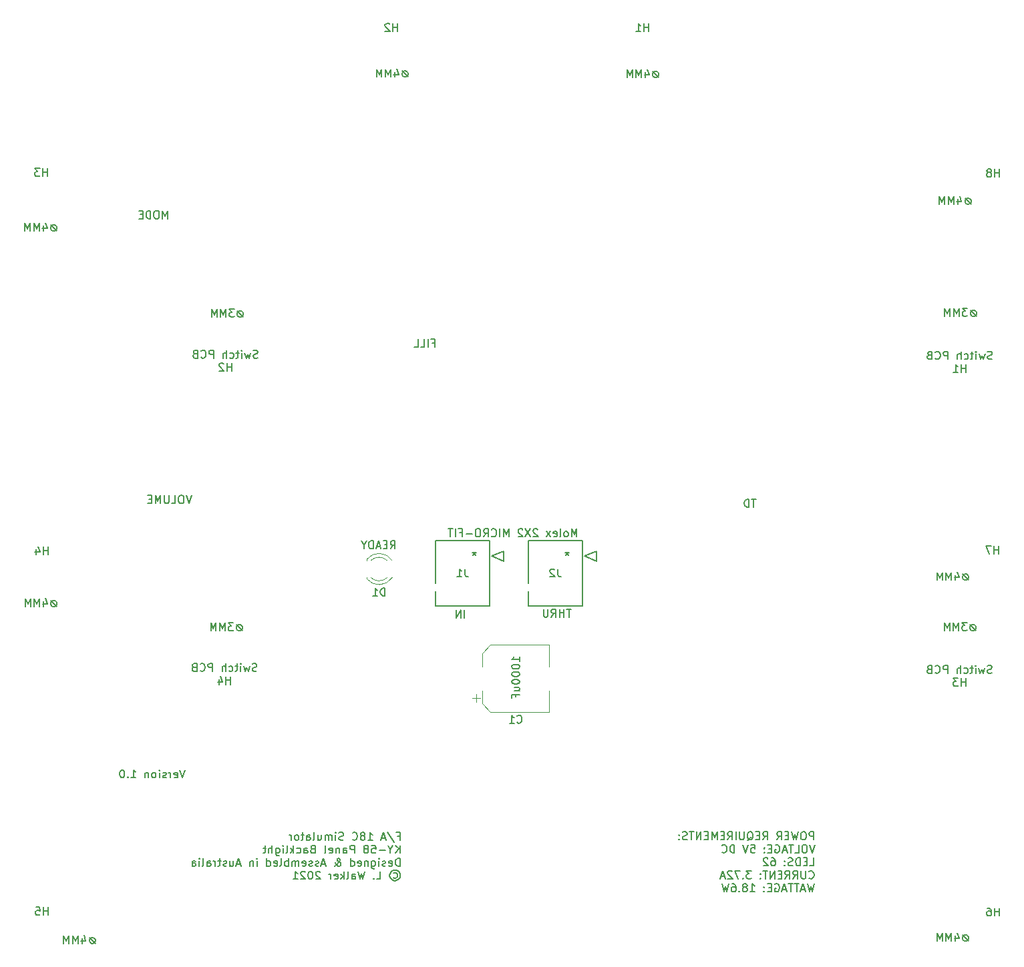
<source format=gbr>
%TF.GenerationSoftware,KiCad,Pcbnew,(5.1.6)-1*%
%TF.CreationDate,2020-11-25T11:15:34+11:00*%
%TF.ProjectId,KY58 Panel PCB V1,4b593538-2050-4616-9e65-6c2050434220,rev?*%
%TF.SameCoordinates,Original*%
%TF.FileFunction,Legend,Bot*%
%TF.FilePolarity,Positive*%
%FSLAX46Y46*%
G04 Gerber Fmt 4.6, Leading zero omitted, Abs format (unit mm)*
G04 Created by KiCad (PCBNEW (5.1.6)-1) date 2020-11-25 11:15:34*
%MOMM*%
%LPD*%
G01*
G04 APERTURE LIST*
%ADD10C,0.150000*%
%ADD11C,0.120000*%
%ADD12C,0.152400*%
G04 APERTURE END LIST*
D10*
X136719671Y-136874171D02*
X137053004Y-136874171D01*
X137053004Y-137397980D02*
X137053004Y-136397980D01*
X136576814Y-136397980D01*
X135481576Y-136350361D02*
X136338719Y-137636076D01*
X135195861Y-137112266D02*
X134719671Y-137112266D01*
X135291100Y-137397980D02*
X134957766Y-136397980D01*
X134624433Y-137397980D01*
X133005385Y-137397980D02*
X133576814Y-137397980D01*
X133291100Y-137397980D02*
X133291100Y-136397980D01*
X133386338Y-136540838D01*
X133481576Y-136636076D01*
X133576814Y-136683695D01*
X132433957Y-136826552D02*
X132529195Y-136778933D01*
X132576814Y-136731314D01*
X132624433Y-136636076D01*
X132624433Y-136588457D01*
X132576814Y-136493219D01*
X132529195Y-136445600D01*
X132433957Y-136397980D01*
X132243480Y-136397980D01*
X132148242Y-136445600D01*
X132100623Y-136493219D01*
X132053004Y-136588457D01*
X132053004Y-136636076D01*
X132100623Y-136731314D01*
X132148242Y-136778933D01*
X132243480Y-136826552D01*
X132433957Y-136826552D01*
X132529195Y-136874171D01*
X132576814Y-136921790D01*
X132624433Y-137017028D01*
X132624433Y-137207504D01*
X132576814Y-137302742D01*
X132529195Y-137350361D01*
X132433957Y-137397980D01*
X132243480Y-137397980D01*
X132148242Y-137350361D01*
X132100623Y-137302742D01*
X132053004Y-137207504D01*
X132053004Y-137017028D01*
X132100623Y-136921790D01*
X132148242Y-136874171D01*
X132243480Y-136826552D01*
X131053004Y-137302742D02*
X131100623Y-137350361D01*
X131243480Y-137397980D01*
X131338719Y-137397980D01*
X131481576Y-137350361D01*
X131576814Y-137255123D01*
X131624433Y-137159885D01*
X131672052Y-136969409D01*
X131672052Y-136826552D01*
X131624433Y-136636076D01*
X131576814Y-136540838D01*
X131481576Y-136445600D01*
X131338719Y-136397980D01*
X131243480Y-136397980D01*
X131100623Y-136445600D01*
X131053004Y-136493219D01*
X129910147Y-137350361D02*
X129767290Y-137397980D01*
X129529195Y-137397980D01*
X129433957Y-137350361D01*
X129386338Y-137302742D01*
X129338719Y-137207504D01*
X129338719Y-137112266D01*
X129386338Y-137017028D01*
X129433957Y-136969409D01*
X129529195Y-136921790D01*
X129719671Y-136874171D01*
X129814909Y-136826552D01*
X129862528Y-136778933D01*
X129910147Y-136683695D01*
X129910147Y-136588457D01*
X129862528Y-136493219D01*
X129814909Y-136445600D01*
X129719671Y-136397980D01*
X129481576Y-136397980D01*
X129338719Y-136445600D01*
X128910147Y-137397980D02*
X128910147Y-136731314D01*
X128910147Y-136397980D02*
X128957766Y-136445600D01*
X128910147Y-136493219D01*
X128862528Y-136445600D01*
X128910147Y-136397980D01*
X128910147Y-136493219D01*
X128433957Y-137397980D02*
X128433957Y-136731314D01*
X128433957Y-136826552D02*
X128386338Y-136778933D01*
X128291100Y-136731314D01*
X128148242Y-136731314D01*
X128053004Y-136778933D01*
X128005385Y-136874171D01*
X128005385Y-137397980D01*
X128005385Y-136874171D02*
X127957766Y-136778933D01*
X127862528Y-136731314D01*
X127719671Y-136731314D01*
X127624433Y-136778933D01*
X127576814Y-136874171D01*
X127576814Y-137397980D01*
X126672052Y-136731314D02*
X126672052Y-137397980D01*
X127100623Y-136731314D02*
X127100623Y-137255123D01*
X127053004Y-137350361D01*
X126957766Y-137397980D01*
X126814909Y-137397980D01*
X126719671Y-137350361D01*
X126672052Y-137302742D01*
X126053004Y-137397980D02*
X126148242Y-137350361D01*
X126195861Y-137255123D01*
X126195861Y-136397980D01*
X125243480Y-137397980D02*
X125243480Y-136874171D01*
X125291100Y-136778933D01*
X125386338Y-136731314D01*
X125576814Y-136731314D01*
X125672052Y-136778933D01*
X125243480Y-137350361D02*
X125338719Y-137397980D01*
X125576814Y-137397980D01*
X125672052Y-137350361D01*
X125719671Y-137255123D01*
X125719671Y-137159885D01*
X125672052Y-137064647D01*
X125576814Y-137017028D01*
X125338719Y-137017028D01*
X125243480Y-136969409D01*
X124910147Y-136731314D02*
X124529195Y-136731314D01*
X124767290Y-136397980D02*
X124767290Y-137255123D01*
X124719671Y-137350361D01*
X124624433Y-137397980D01*
X124529195Y-137397980D01*
X124053004Y-137397980D02*
X124148242Y-137350361D01*
X124195861Y-137302742D01*
X124243480Y-137207504D01*
X124243480Y-136921790D01*
X124195861Y-136826552D01*
X124148242Y-136778933D01*
X124053004Y-136731314D01*
X123910147Y-136731314D01*
X123814909Y-136778933D01*
X123767290Y-136826552D01*
X123719671Y-136921790D01*
X123719671Y-137207504D01*
X123767290Y-137302742D01*
X123814909Y-137350361D01*
X123910147Y-137397980D01*
X124053004Y-137397980D01*
X123291100Y-137397980D02*
X123291100Y-136731314D01*
X123291100Y-136921790D02*
X123243480Y-136826552D01*
X123195861Y-136778933D01*
X123100623Y-136731314D01*
X123005385Y-136731314D01*
X137053004Y-139047980D02*
X137053004Y-138047980D01*
X136481576Y-139047980D02*
X136910147Y-138476552D01*
X136481576Y-138047980D02*
X137053004Y-138619409D01*
X135862528Y-138571790D02*
X135862528Y-139047980D01*
X136195861Y-138047980D02*
X135862528Y-138571790D01*
X135529195Y-138047980D01*
X135195861Y-138667028D02*
X134433957Y-138667028D01*
X133481576Y-138047980D02*
X133957766Y-138047980D01*
X134005385Y-138524171D01*
X133957766Y-138476552D01*
X133862528Y-138428933D01*
X133624433Y-138428933D01*
X133529195Y-138476552D01*
X133481576Y-138524171D01*
X133433957Y-138619409D01*
X133433957Y-138857504D01*
X133481576Y-138952742D01*
X133529195Y-139000361D01*
X133624433Y-139047980D01*
X133862528Y-139047980D01*
X133957766Y-139000361D01*
X134005385Y-138952742D01*
X132862528Y-138476552D02*
X132957766Y-138428933D01*
X133005385Y-138381314D01*
X133053004Y-138286076D01*
X133053004Y-138238457D01*
X133005385Y-138143219D01*
X132957766Y-138095600D01*
X132862528Y-138047980D01*
X132672052Y-138047980D01*
X132576814Y-138095600D01*
X132529195Y-138143219D01*
X132481576Y-138238457D01*
X132481576Y-138286076D01*
X132529195Y-138381314D01*
X132576814Y-138428933D01*
X132672052Y-138476552D01*
X132862528Y-138476552D01*
X132957766Y-138524171D01*
X133005385Y-138571790D01*
X133053004Y-138667028D01*
X133053004Y-138857504D01*
X133005385Y-138952742D01*
X132957766Y-139000361D01*
X132862528Y-139047980D01*
X132672052Y-139047980D01*
X132576814Y-139000361D01*
X132529195Y-138952742D01*
X132481576Y-138857504D01*
X132481576Y-138667028D01*
X132529195Y-138571790D01*
X132576814Y-138524171D01*
X132672052Y-138476552D01*
X131291100Y-139047980D02*
X131291100Y-138047980D01*
X130910147Y-138047980D01*
X130814909Y-138095600D01*
X130767290Y-138143219D01*
X130719671Y-138238457D01*
X130719671Y-138381314D01*
X130767290Y-138476552D01*
X130814909Y-138524171D01*
X130910147Y-138571790D01*
X131291100Y-138571790D01*
X129862528Y-139047980D02*
X129862528Y-138524171D01*
X129910147Y-138428933D01*
X130005385Y-138381314D01*
X130195861Y-138381314D01*
X130291100Y-138428933D01*
X129862528Y-139000361D02*
X129957766Y-139047980D01*
X130195861Y-139047980D01*
X130291100Y-139000361D01*
X130338719Y-138905123D01*
X130338719Y-138809885D01*
X130291100Y-138714647D01*
X130195861Y-138667028D01*
X129957766Y-138667028D01*
X129862528Y-138619409D01*
X129386338Y-138381314D02*
X129386338Y-139047980D01*
X129386338Y-138476552D02*
X129338719Y-138428933D01*
X129243480Y-138381314D01*
X129100623Y-138381314D01*
X129005385Y-138428933D01*
X128957766Y-138524171D01*
X128957766Y-139047980D01*
X128100623Y-139000361D02*
X128195861Y-139047980D01*
X128386338Y-139047980D01*
X128481576Y-139000361D01*
X128529195Y-138905123D01*
X128529195Y-138524171D01*
X128481576Y-138428933D01*
X128386338Y-138381314D01*
X128195861Y-138381314D01*
X128100623Y-138428933D01*
X128053004Y-138524171D01*
X128053004Y-138619409D01*
X128529195Y-138714647D01*
X127481576Y-139047980D02*
X127576814Y-139000361D01*
X127624433Y-138905123D01*
X127624433Y-138047980D01*
X126005385Y-138524171D02*
X125862528Y-138571790D01*
X125814909Y-138619409D01*
X125767290Y-138714647D01*
X125767290Y-138857504D01*
X125814909Y-138952742D01*
X125862528Y-139000361D01*
X125957766Y-139047980D01*
X126338719Y-139047980D01*
X126338719Y-138047980D01*
X126005385Y-138047980D01*
X125910147Y-138095600D01*
X125862528Y-138143219D01*
X125814909Y-138238457D01*
X125814909Y-138333695D01*
X125862528Y-138428933D01*
X125910147Y-138476552D01*
X126005385Y-138524171D01*
X126338719Y-138524171D01*
X124910147Y-139047980D02*
X124910147Y-138524171D01*
X124957766Y-138428933D01*
X125053004Y-138381314D01*
X125243480Y-138381314D01*
X125338719Y-138428933D01*
X124910147Y-139000361D02*
X125005385Y-139047980D01*
X125243480Y-139047980D01*
X125338719Y-139000361D01*
X125386338Y-138905123D01*
X125386338Y-138809885D01*
X125338719Y-138714647D01*
X125243480Y-138667028D01*
X125005385Y-138667028D01*
X124910147Y-138619409D01*
X124005385Y-139000361D02*
X124100623Y-139047980D01*
X124291100Y-139047980D01*
X124386338Y-139000361D01*
X124433957Y-138952742D01*
X124481576Y-138857504D01*
X124481576Y-138571790D01*
X124433957Y-138476552D01*
X124386338Y-138428933D01*
X124291100Y-138381314D01*
X124100623Y-138381314D01*
X124005385Y-138428933D01*
X123576814Y-139047980D02*
X123576814Y-138047980D01*
X123481576Y-138667028D02*
X123195861Y-139047980D01*
X123195861Y-138381314D02*
X123576814Y-138762266D01*
X122624433Y-139047980D02*
X122719671Y-139000361D01*
X122767290Y-138905123D01*
X122767290Y-138047980D01*
X122243480Y-139047980D02*
X122243480Y-138381314D01*
X122243480Y-138047980D02*
X122291100Y-138095600D01*
X122243480Y-138143219D01*
X122195861Y-138095600D01*
X122243480Y-138047980D01*
X122243480Y-138143219D01*
X121338719Y-138381314D02*
X121338719Y-139190838D01*
X121386338Y-139286076D01*
X121433957Y-139333695D01*
X121529195Y-139381314D01*
X121672052Y-139381314D01*
X121767290Y-139333695D01*
X121338719Y-139000361D02*
X121433957Y-139047980D01*
X121624433Y-139047980D01*
X121719671Y-139000361D01*
X121767290Y-138952742D01*
X121814909Y-138857504D01*
X121814909Y-138571790D01*
X121767290Y-138476552D01*
X121719671Y-138428933D01*
X121624433Y-138381314D01*
X121433957Y-138381314D01*
X121338719Y-138428933D01*
X120862528Y-139047980D02*
X120862528Y-138047980D01*
X120433957Y-139047980D02*
X120433957Y-138524171D01*
X120481576Y-138428933D01*
X120576814Y-138381314D01*
X120719671Y-138381314D01*
X120814909Y-138428933D01*
X120862528Y-138476552D01*
X120100623Y-138381314D02*
X119719671Y-138381314D01*
X119957766Y-138047980D02*
X119957766Y-138905123D01*
X119910147Y-139000361D01*
X119814909Y-139047980D01*
X119719671Y-139047980D01*
X137053004Y-140697980D02*
X137053004Y-139697980D01*
X136814909Y-139697980D01*
X136672052Y-139745600D01*
X136576814Y-139840838D01*
X136529195Y-139936076D01*
X136481576Y-140126552D01*
X136481576Y-140269409D01*
X136529195Y-140459885D01*
X136576814Y-140555123D01*
X136672052Y-140650361D01*
X136814909Y-140697980D01*
X137053004Y-140697980D01*
X135672052Y-140650361D02*
X135767290Y-140697980D01*
X135957766Y-140697980D01*
X136053004Y-140650361D01*
X136100623Y-140555123D01*
X136100623Y-140174171D01*
X136053004Y-140078933D01*
X135957766Y-140031314D01*
X135767290Y-140031314D01*
X135672052Y-140078933D01*
X135624433Y-140174171D01*
X135624433Y-140269409D01*
X136100623Y-140364647D01*
X135243480Y-140650361D02*
X135148242Y-140697980D01*
X134957766Y-140697980D01*
X134862528Y-140650361D01*
X134814909Y-140555123D01*
X134814909Y-140507504D01*
X134862528Y-140412266D01*
X134957766Y-140364647D01*
X135100623Y-140364647D01*
X135195861Y-140317028D01*
X135243480Y-140221790D01*
X135243480Y-140174171D01*
X135195861Y-140078933D01*
X135100623Y-140031314D01*
X134957766Y-140031314D01*
X134862528Y-140078933D01*
X134386338Y-140697980D02*
X134386338Y-140031314D01*
X134386338Y-139697980D02*
X134433957Y-139745600D01*
X134386338Y-139793219D01*
X134338719Y-139745600D01*
X134386338Y-139697980D01*
X134386338Y-139793219D01*
X133481576Y-140031314D02*
X133481576Y-140840838D01*
X133529195Y-140936076D01*
X133576814Y-140983695D01*
X133672052Y-141031314D01*
X133814909Y-141031314D01*
X133910147Y-140983695D01*
X133481576Y-140650361D02*
X133576814Y-140697980D01*
X133767290Y-140697980D01*
X133862528Y-140650361D01*
X133910147Y-140602742D01*
X133957766Y-140507504D01*
X133957766Y-140221790D01*
X133910147Y-140126552D01*
X133862528Y-140078933D01*
X133767290Y-140031314D01*
X133576814Y-140031314D01*
X133481576Y-140078933D01*
X133005385Y-140031314D02*
X133005385Y-140697980D01*
X133005385Y-140126552D02*
X132957766Y-140078933D01*
X132862528Y-140031314D01*
X132719671Y-140031314D01*
X132624433Y-140078933D01*
X132576814Y-140174171D01*
X132576814Y-140697980D01*
X131719671Y-140650361D02*
X131814909Y-140697980D01*
X132005385Y-140697980D01*
X132100623Y-140650361D01*
X132148242Y-140555123D01*
X132148242Y-140174171D01*
X132100623Y-140078933D01*
X132005385Y-140031314D01*
X131814909Y-140031314D01*
X131719671Y-140078933D01*
X131672052Y-140174171D01*
X131672052Y-140269409D01*
X132148242Y-140364647D01*
X130814909Y-140697980D02*
X130814909Y-139697980D01*
X130814909Y-140650361D02*
X130910147Y-140697980D01*
X131100623Y-140697980D01*
X131195861Y-140650361D01*
X131243480Y-140602742D01*
X131291100Y-140507504D01*
X131291100Y-140221790D01*
X131243480Y-140126552D01*
X131195861Y-140078933D01*
X131100623Y-140031314D01*
X130910147Y-140031314D01*
X130814909Y-140078933D01*
X128767290Y-140697980D02*
X128814909Y-140697980D01*
X128910147Y-140650361D01*
X129053004Y-140507504D01*
X129291100Y-140221790D01*
X129386338Y-140078933D01*
X129433957Y-139936076D01*
X129433957Y-139840838D01*
X129386338Y-139745600D01*
X129291100Y-139697980D01*
X129243480Y-139697980D01*
X129148242Y-139745600D01*
X129100623Y-139840838D01*
X129100623Y-139888457D01*
X129148242Y-139983695D01*
X129195861Y-140031314D01*
X129481576Y-140221790D01*
X129529195Y-140269409D01*
X129576814Y-140364647D01*
X129576814Y-140507504D01*
X129529195Y-140602742D01*
X129481576Y-140650361D01*
X129386338Y-140697980D01*
X129243480Y-140697980D01*
X129148242Y-140650361D01*
X129100623Y-140602742D01*
X128957766Y-140412266D01*
X128910147Y-140269409D01*
X128910147Y-140174171D01*
X127624433Y-140412266D02*
X127148242Y-140412266D01*
X127719671Y-140697980D02*
X127386338Y-139697980D01*
X127053004Y-140697980D01*
X126767290Y-140650361D02*
X126672052Y-140697980D01*
X126481576Y-140697980D01*
X126386338Y-140650361D01*
X126338719Y-140555123D01*
X126338719Y-140507504D01*
X126386338Y-140412266D01*
X126481576Y-140364647D01*
X126624433Y-140364647D01*
X126719671Y-140317028D01*
X126767290Y-140221790D01*
X126767290Y-140174171D01*
X126719671Y-140078933D01*
X126624433Y-140031314D01*
X126481576Y-140031314D01*
X126386338Y-140078933D01*
X125957766Y-140650361D02*
X125862528Y-140697980D01*
X125672052Y-140697980D01*
X125576814Y-140650361D01*
X125529195Y-140555123D01*
X125529195Y-140507504D01*
X125576814Y-140412266D01*
X125672052Y-140364647D01*
X125814909Y-140364647D01*
X125910147Y-140317028D01*
X125957766Y-140221790D01*
X125957766Y-140174171D01*
X125910147Y-140078933D01*
X125814909Y-140031314D01*
X125672052Y-140031314D01*
X125576814Y-140078933D01*
X124719671Y-140650361D02*
X124814909Y-140697980D01*
X125005385Y-140697980D01*
X125100623Y-140650361D01*
X125148242Y-140555123D01*
X125148242Y-140174171D01*
X125100623Y-140078933D01*
X125005385Y-140031314D01*
X124814909Y-140031314D01*
X124719671Y-140078933D01*
X124672052Y-140174171D01*
X124672052Y-140269409D01*
X125148242Y-140364647D01*
X124243480Y-140697980D02*
X124243480Y-140031314D01*
X124243480Y-140126552D02*
X124195861Y-140078933D01*
X124100623Y-140031314D01*
X123957766Y-140031314D01*
X123862528Y-140078933D01*
X123814909Y-140174171D01*
X123814909Y-140697980D01*
X123814909Y-140174171D02*
X123767290Y-140078933D01*
X123672052Y-140031314D01*
X123529195Y-140031314D01*
X123433957Y-140078933D01*
X123386338Y-140174171D01*
X123386338Y-140697980D01*
X122910147Y-140697980D02*
X122910147Y-139697980D01*
X122910147Y-140078933D02*
X122814909Y-140031314D01*
X122624433Y-140031314D01*
X122529195Y-140078933D01*
X122481576Y-140126552D01*
X122433957Y-140221790D01*
X122433957Y-140507504D01*
X122481576Y-140602742D01*
X122529195Y-140650361D01*
X122624433Y-140697980D01*
X122814909Y-140697980D01*
X122910147Y-140650361D01*
X121862528Y-140697980D02*
X121957766Y-140650361D01*
X122005385Y-140555123D01*
X122005385Y-139697980D01*
X121100623Y-140650361D02*
X121195861Y-140697980D01*
X121386338Y-140697980D01*
X121481576Y-140650361D01*
X121529195Y-140555123D01*
X121529195Y-140174171D01*
X121481576Y-140078933D01*
X121386338Y-140031314D01*
X121195861Y-140031314D01*
X121100623Y-140078933D01*
X121053004Y-140174171D01*
X121053004Y-140269409D01*
X121529195Y-140364647D01*
X120195861Y-140697980D02*
X120195861Y-139697980D01*
X120195861Y-140650361D02*
X120291100Y-140697980D01*
X120481576Y-140697980D01*
X120576814Y-140650361D01*
X120624433Y-140602742D01*
X120672052Y-140507504D01*
X120672052Y-140221790D01*
X120624433Y-140126552D01*
X120576814Y-140078933D01*
X120481576Y-140031314D01*
X120291100Y-140031314D01*
X120195861Y-140078933D01*
X118957766Y-140697980D02*
X118957766Y-140031314D01*
X118957766Y-139697980D02*
X119005385Y-139745600D01*
X118957766Y-139793219D01*
X118910147Y-139745600D01*
X118957766Y-139697980D01*
X118957766Y-139793219D01*
X118481576Y-140031314D02*
X118481576Y-140697980D01*
X118481576Y-140126552D02*
X118433957Y-140078933D01*
X118338719Y-140031314D01*
X118195861Y-140031314D01*
X118100623Y-140078933D01*
X118053004Y-140174171D01*
X118053004Y-140697980D01*
X116862528Y-140412266D02*
X116386338Y-140412266D01*
X116957766Y-140697980D02*
X116624433Y-139697980D01*
X116291100Y-140697980D01*
X115529195Y-140031314D02*
X115529195Y-140697980D01*
X115957766Y-140031314D02*
X115957766Y-140555123D01*
X115910147Y-140650361D01*
X115814909Y-140697980D01*
X115672052Y-140697980D01*
X115576814Y-140650361D01*
X115529195Y-140602742D01*
X115100623Y-140650361D02*
X115005385Y-140697980D01*
X114814909Y-140697980D01*
X114719671Y-140650361D01*
X114672052Y-140555123D01*
X114672052Y-140507504D01*
X114719671Y-140412266D01*
X114814909Y-140364647D01*
X114957766Y-140364647D01*
X115053004Y-140317028D01*
X115100623Y-140221790D01*
X115100623Y-140174171D01*
X115053004Y-140078933D01*
X114957766Y-140031314D01*
X114814909Y-140031314D01*
X114719671Y-140078933D01*
X114386338Y-140031314D02*
X114005385Y-140031314D01*
X114243480Y-139697980D02*
X114243480Y-140555123D01*
X114195861Y-140650361D01*
X114100623Y-140697980D01*
X114005385Y-140697980D01*
X113672052Y-140697980D02*
X113672052Y-140031314D01*
X113672052Y-140221790D02*
X113624433Y-140126552D01*
X113576814Y-140078933D01*
X113481576Y-140031314D01*
X113386338Y-140031314D01*
X112624433Y-140697980D02*
X112624433Y-140174171D01*
X112672052Y-140078933D01*
X112767290Y-140031314D01*
X112957766Y-140031314D01*
X113053004Y-140078933D01*
X112624433Y-140650361D02*
X112719671Y-140697980D01*
X112957766Y-140697980D01*
X113053004Y-140650361D01*
X113100623Y-140555123D01*
X113100623Y-140459885D01*
X113053004Y-140364647D01*
X112957766Y-140317028D01*
X112719671Y-140317028D01*
X112624433Y-140269409D01*
X112005385Y-140697980D02*
X112100623Y-140650361D01*
X112148242Y-140555123D01*
X112148242Y-139697980D01*
X111624433Y-140697980D02*
X111624433Y-140031314D01*
X111624433Y-139697980D02*
X111672052Y-139745600D01*
X111624433Y-139793219D01*
X111576814Y-139745600D01*
X111624433Y-139697980D01*
X111624433Y-139793219D01*
X110719671Y-140697980D02*
X110719671Y-140174171D01*
X110767290Y-140078933D01*
X110862528Y-140031314D01*
X111053004Y-140031314D01*
X111148242Y-140078933D01*
X110719671Y-140650361D02*
X110814909Y-140697980D01*
X111053004Y-140697980D01*
X111148242Y-140650361D01*
X111195861Y-140555123D01*
X111195861Y-140459885D01*
X111148242Y-140364647D01*
X111053004Y-140317028D01*
X110814909Y-140317028D01*
X110719671Y-140269409D01*
X136243480Y-141586076D02*
X136338719Y-141538457D01*
X136529195Y-141538457D01*
X136624433Y-141586076D01*
X136719671Y-141681314D01*
X136767290Y-141776552D01*
X136767290Y-141967028D01*
X136719671Y-142062266D01*
X136624433Y-142157504D01*
X136529195Y-142205123D01*
X136338719Y-142205123D01*
X136243480Y-142157504D01*
X136433957Y-141205123D02*
X136672052Y-141252742D01*
X136910147Y-141395600D01*
X137053004Y-141633695D01*
X137100623Y-141871790D01*
X137053004Y-142109885D01*
X136910147Y-142347980D01*
X136672052Y-142490838D01*
X136433957Y-142538457D01*
X136195861Y-142490838D01*
X135957766Y-142347980D01*
X135814909Y-142109885D01*
X135767290Y-141871790D01*
X135814909Y-141633695D01*
X135957766Y-141395600D01*
X136195861Y-141252742D01*
X136433957Y-141205123D01*
X134100623Y-142347980D02*
X134576814Y-142347980D01*
X134576814Y-141347980D01*
X133767290Y-142252742D02*
X133719671Y-142300361D01*
X133767290Y-142347980D01*
X133814909Y-142300361D01*
X133767290Y-142252742D01*
X133767290Y-142347980D01*
X132624433Y-141347980D02*
X132386338Y-142347980D01*
X132195861Y-141633695D01*
X132005385Y-142347980D01*
X131767290Y-141347980D01*
X130957766Y-142347980D02*
X130957766Y-141824171D01*
X131005385Y-141728933D01*
X131100623Y-141681314D01*
X131291100Y-141681314D01*
X131386338Y-141728933D01*
X130957766Y-142300361D02*
X131053004Y-142347980D01*
X131291100Y-142347980D01*
X131386338Y-142300361D01*
X131433957Y-142205123D01*
X131433957Y-142109885D01*
X131386338Y-142014647D01*
X131291100Y-141967028D01*
X131053004Y-141967028D01*
X130957766Y-141919409D01*
X130338719Y-142347980D02*
X130433957Y-142300361D01*
X130481576Y-142205123D01*
X130481576Y-141347980D01*
X129957766Y-142347980D02*
X129957766Y-141347980D01*
X129862528Y-141967028D02*
X129576814Y-142347980D01*
X129576814Y-141681314D02*
X129957766Y-142062266D01*
X128767290Y-142300361D02*
X128862528Y-142347980D01*
X129053004Y-142347980D01*
X129148242Y-142300361D01*
X129195861Y-142205123D01*
X129195861Y-141824171D01*
X129148242Y-141728933D01*
X129053004Y-141681314D01*
X128862528Y-141681314D01*
X128767290Y-141728933D01*
X128719671Y-141824171D01*
X128719671Y-141919409D01*
X129195861Y-142014647D01*
X128291100Y-142347980D02*
X128291100Y-141681314D01*
X128291100Y-141871790D02*
X128243480Y-141776552D01*
X128195861Y-141728933D01*
X128100623Y-141681314D01*
X128005385Y-141681314D01*
X126957766Y-141443219D02*
X126910147Y-141395600D01*
X126814909Y-141347980D01*
X126576814Y-141347980D01*
X126481576Y-141395600D01*
X126433957Y-141443219D01*
X126386338Y-141538457D01*
X126386338Y-141633695D01*
X126433957Y-141776552D01*
X127005385Y-142347980D01*
X126386338Y-142347980D01*
X125767290Y-141347980D02*
X125672052Y-141347980D01*
X125576814Y-141395600D01*
X125529195Y-141443219D01*
X125481576Y-141538457D01*
X125433957Y-141728933D01*
X125433957Y-141967028D01*
X125481576Y-142157504D01*
X125529195Y-142252742D01*
X125576814Y-142300361D01*
X125672052Y-142347980D01*
X125767290Y-142347980D01*
X125862528Y-142300361D01*
X125910147Y-142252742D01*
X125957766Y-142157504D01*
X126005385Y-141967028D01*
X126005385Y-141728933D01*
X125957766Y-141538457D01*
X125910147Y-141443219D01*
X125862528Y-141395600D01*
X125767290Y-141347980D01*
X125053004Y-141443219D02*
X125005385Y-141395600D01*
X124910147Y-141347980D01*
X124672052Y-141347980D01*
X124576814Y-141395600D01*
X124529195Y-141443219D01*
X124481576Y-141538457D01*
X124481576Y-141633695D01*
X124529195Y-141776552D01*
X125100623Y-142347980D01*
X124481576Y-142347980D01*
X123529195Y-142347980D02*
X124100623Y-142347980D01*
X123814909Y-142347980D02*
X123814909Y-141347980D01*
X123910147Y-141490838D01*
X124005385Y-141586076D01*
X124100623Y-141633695D01*
X92379704Y-53182780D02*
X92379704Y-52182780D01*
X92379704Y-52658971D02*
X91808276Y-52658971D01*
X91808276Y-53182780D02*
X91808276Y-52182780D01*
X91427323Y-52182780D02*
X90808276Y-52182780D01*
X91141609Y-52563733D01*
X90998752Y-52563733D01*
X90903514Y-52611352D01*
X90855895Y-52658971D01*
X90808276Y-52754209D01*
X90808276Y-52992304D01*
X90855895Y-53087542D01*
X90903514Y-53135161D01*
X90998752Y-53182780D01*
X91284466Y-53182780D01*
X91379704Y-53135161D01*
X91427323Y-53087542D01*
X92430504Y-101163380D02*
X92430504Y-100163380D01*
X92430504Y-100639571D02*
X91859076Y-100639571D01*
X91859076Y-101163380D02*
X91859076Y-100163380D01*
X90954314Y-100496714D02*
X90954314Y-101163380D01*
X91192409Y-100115761D02*
X91430504Y-100830047D01*
X90811457Y-100830047D01*
X92455904Y-146908780D02*
X92455904Y-145908780D01*
X92455904Y-146384971D02*
X91884476Y-146384971D01*
X91884476Y-146908780D02*
X91884476Y-145908780D01*
X90932095Y-145908780D02*
X91408285Y-145908780D01*
X91455904Y-146384971D01*
X91408285Y-146337352D01*
X91313047Y-146289733D01*
X91074952Y-146289733D01*
X90979714Y-146337352D01*
X90932095Y-146384971D01*
X90884476Y-146480209D01*
X90884476Y-146718304D01*
X90932095Y-146813542D01*
X90979714Y-146861161D01*
X91074952Y-146908780D01*
X91313047Y-146908780D01*
X91408285Y-146861161D01*
X91455904Y-146813542D01*
X213029704Y-147010380D02*
X213029704Y-146010380D01*
X213029704Y-146486571D02*
X212458276Y-146486571D01*
X212458276Y-147010380D02*
X212458276Y-146010380D01*
X211553514Y-146010380D02*
X211743990Y-146010380D01*
X211839228Y-146058000D01*
X211886847Y-146105619D01*
X211982085Y-146248476D01*
X212029704Y-146438952D01*
X212029704Y-146819904D01*
X211982085Y-146915142D01*
X211934466Y-146962761D01*
X211839228Y-147010380D01*
X211648752Y-147010380D01*
X211553514Y-146962761D01*
X211505895Y-146915142D01*
X211458276Y-146819904D01*
X211458276Y-146581809D01*
X211505895Y-146486571D01*
X211553514Y-146438952D01*
X211648752Y-146391333D01*
X211839228Y-146391333D01*
X211934466Y-146438952D01*
X211982085Y-146486571D01*
X212029704Y-146581809D01*
X212953504Y-101061780D02*
X212953504Y-100061780D01*
X212953504Y-100537971D02*
X212382076Y-100537971D01*
X212382076Y-101061780D02*
X212382076Y-100061780D01*
X212001123Y-100061780D02*
X211334457Y-100061780D01*
X211763028Y-101061780D01*
X213029704Y-53258980D02*
X213029704Y-52258980D01*
X213029704Y-52735171D02*
X212458276Y-52735171D01*
X212458276Y-53258980D02*
X212458276Y-52258980D01*
X211839228Y-52687552D02*
X211934466Y-52639933D01*
X211982085Y-52592314D01*
X212029704Y-52497076D01*
X212029704Y-52449457D01*
X211982085Y-52354219D01*
X211934466Y-52306600D01*
X211839228Y-52258980D01*
X211648752Y-52258980D01*
X211553514Y-52306600D01*
X211505895Y-52354219D01*
X211458276Y-52449457D01*
X211458276Y-52497076D01*
X211505895Y-52592314D01*
X211553514Y-52639933D01*
X211648752Y-52687552D01*
X211839228Y-52687552D01*
X211934466Y-52735171D01*
X211982085Y-52782790D01*
X212029704Y-52878028D01*
X212029704Y-53068504D01*
X211982085Y-53163742D01*
X211934466Y-53211361D01*
X211839228Y-53258980D01*
X211648752Y-53258980D01*
X211553514Y-53211361D01*
X211505895Y-53163742D01*
X211458276Y-53068504D01*
X211458276Y-52878028D01*
X211505895Y-52782790D01*
X211553514Y-52735171D01*
X211648752Y-52687552D01*
X168579704Y-34793180D02*
X168579704Y-33793180D01*
X168579704Y-34269371D02*
X168008276Y-34269371D01*
X168008276Y-34793180D02*
X168008276Y-33793180D01*
X167008276Y-34793180D02*
X167579704Y-34793180D01*
X167293990Y-34793180D02*
X167293990Y-33793180D01*
X167389228Y-33936038D01*
X167484466Y-34031276D01*
X167579704Y-34078895D01*
X136753504Y-34767780D02*
X136753504Y-33767780D01*
X136753504Y-34243971D02*
X136182076Y-34243971D01*
X136182076Y-34767780D02*
X136182076Y-33767780D01*
X135753504Y-33863019D02*
X135705885Y-33815400D01*
X135610647Y-33767780D01*
X135372552Y-33767780D01*
X135277314Y-33815400D01*
X135229695Y-33863019D01*
X135182076Y-33958257D01*
X135182076Y-34053495D01*
X135229695Y-34196352D01*
X135801123Y-34767780D01*
X135182076Y-34767780D01*
X116801685Y-110078876D02*
X116611209Y-110078876D01*
X116420733Y-110174114D01*
X116325495Y-110364590D01*
X116325495Y-110555066D01*
X116420733Y-110745542D01*
X116611209Y-110840780D01*
X116801685Y-110840780D01*
X116992161Y-110745542D01*
X117087400Y-110555066D01*
X117087400Y-110364590D01*
X116992161Y-110174114D01*
X116801685Y-110078876D01*
X116325495Y-110078876D02*
X117087400Y-110840780D01*
X115944542Y-109840780D02*
X115325495Y-109840780D01*
X115658828Y-110221733D01*
X115515971Y-110221733D01*
X115420733Y-110269352D01*
X115373114Y-110316971D01*
X115325495Y-110412209D01*
X115325495Y-110650304D01*
X115373114Y-110745542D01*
X115420733Y-110793161D01*
X115515971Y-110840780D01*
X115801685Y-110840780D01*
X115896923Y-110793161D01*
X115944542Y-110745542D01*
X114896923Y-110840780D02*
X114896923Y-109840780D01*
X114563590Y-110555066D01*
X114230257Y-109840780D01*
X114230257Y-110840780D01*
X113754066Y-110840780D02*
X113754066Y-109840780D01*
X113420733Y-110555066D01*
X113087400Y-109840780D01*
X113087400Y-110840780D01*
X209791085Y-110028076D02*
X209600609Y-110028076D01*
X209410133Y-110123314D01*
X209314895Y-110313790D01*
X209314895Y-110504266D01*
X209410133Y-110694742D01*
X209600609Y-110789980D01*
X209791085Y-110789980D01*
X209981561Y-110694742D01*
X210076800Y-110504266D01*
X210076800Y-110313790D01*
X209981561Y-110123314D01*
X209791085Y-110028076D01*
X209314895Y-110028076D02*
X210076800Y-110789980D01*
X208933942Y-109789980D02*
X208314895Y-109789980D01*
X208648228Y-110170933D01*
X208505371Y-110170933D01*
X208410133Y-110218552D01*
X208362514Y-110266171D01*
X208314895Y-110361409D01*
X208314895Y-110599504D01*
X208362514Y-110694742D01*
X208410133Y-110742361D01*
X208505371Y-110789980D01*
X208791085Y-110789980D01*
X208886323Y-110742361D01*
X208933942Y-110694742D01*
X207886323Y-110789980D02*
X207886323Y-109789980D01*
X207552990Y-110504266D01*
X207219657Y-109789980D01*
X207219657Y-110789980D01*
X206743466Y-110789980D02*
X206743466Y-109789980D01*
X206410133Y-110504266D01*
X206076800Y-109789980D01*
X206076800Y-110789980D01*
X209841885Y-70150076D02*
X209651409Y-70150076D01*
X209460933Y-70245314D01*
X209365695Y-70435790D01*
X209365695Y-70626266D01*
X209460933Y-70816742D01*
X209651409Y-70911980D01*
X209841885Y-70911980D01*
X210032361Y-70816742D01*
X210127600Y-70626266D01*
X210127600Y-70435790D01*
X210032361Y-70245314D01*
X209841885Y-70150076D01*
X209365695Y-70150076D02*
X210127600Y-70911980D01*
X208984742Y-69911980D02*
X208365695Y-69911980D01*
X208699028Y-70292933D01*
X208556171Y-70292933D01*
X208460933Y-70340552D01*
X208413314Y-70388171D01*
X208365695Y-70483409D01*
X208365695Y-70721504D01*
X208413314Y-70816742D01*
X208460933Y-70864361D01*
X208556171Y-70911980D01*
X208841885Y-70911980D01*
X208937123Y-70864361D01*
X208984742Y-70816742D01*
X207937123Y-70911980D02*
X207937123Y-69911980D01*
X207603790Y-70626266D01*
X207270457Y-69911980D01*
X207270457Y-70911980D01*
X206794266Y-70911980D02*
X206794266Y-69911980D01*
X206460933Y-70626266D01*
X206127600Y-69911980D01*
X206127600Y-70911980D01*
X116928685Y-70251676D02*
X116738209Y-70251676D01*
X116547733Y-70346914D01*
X116452495Y-70537390D01*
X116452495Y-70727866D01*
X116547733Y-70918342D01*
X116738209Y-71013580D01*
X116928685Y-71013580D01*
X117119161Y-70918342D01*
X117214400Y-70727866D01*
X117214400Y-70537390D01*
X117119161Y-70346914D01*
X116928685Y-70251676D01*
X116452495Y-70251676D02*
X117214400Y-71013580D01*
X116071542Y-70013580D02*
X115452495Y-70013580D01*
X115785828Y-70394533D01*
X115642971Y-70394533D01*
X115547733Y-70442152D01*
X115500114Y-70489771D01*
X115452495Y-70585009D01*
X115452495Y-70823104D01*
X115500114Y-70918342D01*
X115547733Y-70965961D01*
X115642971Y-71013580D01*
X115928685Y-71013580D01*
X116023923Y-70965961D01*
X116071542Y-70918342D01*
X115023923Y-71013580D02*
X115023923Y-70013580D01*
X114690590Y-70727866D01*
X114357257Y-70013580D01*
X114357257Y-71013580D01*
X113881066Y-71013580D02*
X113881066Y-70013580D01*
X113547733Y-70727866D01*
X113214400Y-70013580D01*
X113214400Y-71013580D01*
X118928638Y-115937161D02*
X118785780Y-115984780D01*
X118547685Y-115984780D01*
X118452447Y-115937161D01*
X118404828Y-115889542D01*
X118357209Y-115794304D01*
X118357209Y-115699066D01*
X118404828Y-115603828D01*
X118452447Y-115556209D01*
X118547685Y-115508590D01*
X118738161Y-115460971D01*
X118833400Y-115413352D01*
X118881019Y-115365733D01*
X118928638Y-115270495D01*
X118928638Y-115175257D01*
X118881019Y-115080019D01*
X118833400Y-115032400D01*
X118738161Y-114984780D01*
X118500066Y-114984780D01*
X118357209Y-115032400D01*
X118023876Y-115318114D02*
X117833400Y-115984780D01*
X117642923Y-115508590D01*
X117452447Y-115984780D01*
X117261971Y-115318114D01*
X116881019Y-115984780D02*
X116881019Y-115318114D01*
X116881019Y-114984780D02*
X116928638Y-115032400D01*
X116881019Y-115080019D01*
X116833400Y-115032400D01*
X116881019Y-114984780D01*
X116881019Y-115080019D01*
X116547685Y-115318114D02*
X116166733Y-115318114D01*
X116404828Y-114984780D02*
X116404828Y-115841923D01*
X116357209Y-115937161D01*
X116261971Y-115984780D01*
X116166733Y-115984780D01*
X115404828Y-115937161D02*
X115500066Y-115984780D01*
X115690542Y-115984780D01*
X115785780Y-115937161D01*
X115833400Y-115889542D01*
X115881019Y-115794304D01*
X115881019Y-115508590D01*
X115833400Y-115413352D01*
X115785780Y-115365733D01*
X115690542Y-115318114D01*
X115500066Y-115318114D01*
X115404828Y-115365733D01*
X114976257Y-115984780D02*
X114976257Y-114984780D01*
X114547685Y-115984780D02*
X114547685Y-115460971D01*
X114595304Y-115365733D01*
X114690542Y-115318114D01*
X114833400Y-115318114D01*
X114928638Y-115365733D01*
X114976257Y-115413352D01*
X113309590Y-115984780D02*
X113309590Y-114984780D01*
X112928638Y-114984780D01*
X112833400Y-115032400D01*
X112785780Y-115080019D01*
X112738161Y-115175257D01*
X112738161Y-115318114D01*
X112785780Y-115413352D01*
X112833400Y-115460971D01*
X112928638Y-115508590D01*
X113309590Y-115508590D01*
X111738161Y-115889542D02*
X111785780Y-115937161D01*
X111928638Y-115984780D01*
X112023876Y-115984780D01*
X112166733Y-115937161D01*
X112261971Y-115841923D01*
X112309590Y-115746685D01*
X112357209Y-115556209D01*
X112357209Y-115413352D01*
X112309590Y-115222876D01*
X112261971Y-115127638D01*
X112166733Y-115032400D01*
X112023876Y-114984780D01*
X111928638Y-114984780D01*
X111785780Y-115032400D01*
X111738161Y-115080019D01*
X110976257Y-115460971D02*
X110833400Y-115508590D01*
X110785780Y-115556209D01*
X110738161Y-115651447D01*
X110738161Y-115794304D01*
X110785780Y-115889542D01*
X110833400Y-115937161D01*
X110928638Y-115984780D01*
X111309590Y-115984780D01*
X111309590Y-114984780D01*
X110976257Y-114984780D01*
X110881019Y-115032400D01*
X110833400Y-115080019D01*
X110785780Y-115175257D01*
X110785780Y-115270495D01*
X110833400Y-115365733D01*
X110881019Y-115413352D01*
X110976257Y-115460971D01*
X111309590Y-115460971D01*
X115595304Y-117634780D02*
X115595304Y-116634780D01*
X115595304Y-117110971D02*
X115023876Y-117110971D01*
X115023876Y-117634780D02*
X115023876Y-116634780D01*
X114119114Y-116968114D02*
X114119114Y-117634780D01*
X114357209Y-116587161D02*
X114595304Y-117301447D01*
X113976257Y-117301447D01*
X212095838Y-116165761D02*
X211952980Y-116213380D01*
X211714885Y-116213380D01*
X211619647Y-116165761D01*
X211572028Y-116118142D01*
X211524409Y-116022904D01*
X211524409Y-115927666D01*
X211572028Y-115832428D01*
X211619647Y-115784809D01*
X211714885Y-115737190D01*
X211905361Y-115689571D01*
X212000600Y-115641952D01*
X212048219Y-115594333D01*
X212095838Y-115499095D01*
X212095838Y-115403857D01*
X212048219Y-115308619D01*
X212000600Y-115261000D01*
X211905361Y-115213380D01*
X211667266Y-115213380D01*
X211524409Y-115261000D01*
X211191076Y-115546714D02*
X211000600Y-116213380D01*
X210810123Y-115737190D01*
X210619647Y-116213380D01*
X210429171Y-115546714D01*
X210048219Y-116213380D02*
X210048219Y-115546714D01*
X210048219Y-115213380D02*
X210095838Y-115261000D01*
X210048219Y-115308619D01*
X210000600Y-115261000D01*
X210048219Y-115213380D01*
X210048219Y-115308619D01*
X209714885Y-115546714D02*
X209333933Y-115546714D01*
X209572028Y-115213380D02*
X209572028Y-116070523D01*
X209524409Y-116165761D01*
X209429171Y-116213380D01*
X209333933Y-116213380D01*
X208572028Y-116165761D02*
X208667266Y-116213380D01*
X208857742Y-116213380D01*
X208952980Y-116165761D01*
X209000600Y-116118142D01*
X209048219Y-116022904D01*
X209048219Y-115737190D01*
X209000600Y-115641952D01*
X208952980Y-115594333D01*
X208857742Y-115546714D01*
X208667266Y-115546714D01*
X208572028Y-115594333D01*
X208143457Y-116213380D02*
X208143457Y-115213380D01*
X207714885Y-116213380D02*
X207714885Y-115689571D01*
X207762504Y-115594333D01*
X207857742Y-115546714D01*
X208000600Y-115546714D01*
X208095838Y-115594333D01*
X208143457Y-115641952D01*
X206476790Y-116213380D02*
X206476790Y-115213380D01*
X206095838Y-115213380D01*
X206000600Y-115261000D01*
X205952980Y-115308619D01*
X205905361Y-115403857D01*
X205905361Y-115546714D01*
X205952980Y-115641952D01*
X206000600Y-115689571D01*
X206095838Y-115737190D01*
X206476790Y-115737190D01*
X204905361Y-116118142D02*
X204952980Y-116165761D01*
X205095838Y-116213380D01*
X205191076Y-116213380D01*
X205333933Y-116165761D01*
X205429171Y-116070523D01*
X205476790Y-115975285D01*
X205524409Y-115784809D01*
X205524409Y-115641952D01*
X205476790Y-115451476D01*
X205429171Y-115356238D01*
X205333933Y-115261000D01*
X205191076Y-115213380D01*
X205095838Y-115213380D01*
X204952980Y-115261000D01*
X204905361Y-115308619D01*
X204143457Y-115689571D02*
X204000600Y-115737190D01*
X203952980Y-115784809D01*
X203905361Y-115880047D01*
X203905361Y-116022904D01*
X203952980Y-116118142D01*
X204000600Y-116165761D01*
X204095838Y-116213380D01*
X204476790Y-116213380D01*
X204476790Y-115213380D01*
X204143457Y-115213380D01*
X204048219Y-115261000D01*
X204000600Y-115308619D01*
X203952980Y-115403857D01*
X203952980Y-115499095D01*
X204000600Y-115594333D01*
X204048219Y-115641952D01*
X204143457Y-115689571D01*
X204476790Y-115689571D01*
X208762504Y-117863380D02*
X208762504Y-116863380D01*
X208762504Y-117339571D02*
X208191076Y-117339571D01*
X208191076Y-117863380D02*
X208191076Y-116863380D01*
X207810123Y-116863380D02*
X207191076Y-116863380D01*
X207524409Y-117244333D01*
X207381552Y-117244333D01*
X207286314Y-117291952D01*
X207238695Y-117339571D01*
X207191076Y-117434809D01*
X207191076Y-117672904D01*
X207238695Y-117768142D01*
X207286314Y-117815761D01*
X207381552Y-117863380D01*
X207667266Y-117863380D01*
X207762504Y-117815761D01*
X207810123Y-117768142D01*
X119055638Y-76186161D02*
X118912780Y-76233780D01*
X118674685Y-76233780D01*
X118579447Y-76186161D01*
X118531828Y-76138542D01*
X118484209Y-76043304D01*
X118484209Y-75948066D01*
X118531828Y-75852828D01*
X118579447Y-75805209D01*
X118674685Y-75757590D01*
X118865161Y-75709971D01*
X118960400Y-75662352D01*
X119008019Y-75614733D01*
X119055638Y-75519495D01*
X119055638Y-75424257D01*
X119008019Y-75329019D01*
X118960400Y-75281400D01*
X118865161Y-75233780D01*
X118627066Y-75233780D01*
X118484209Y-75281400D01*
X118150876Y-75567114D02*
X117960400Y-76233780D01*
X117769923Y-75757590D01*
X117579447Y-76233780D01*
X117388971Y-75567114D01*
X117008019Y-76233780D02*
X117008019Y-75567114D01*
X117008019Y-75233780D02*
X117055638Y-75281400D01*
X117008019Y-75329019D01*
X116960400Y-75281400D01*
X117008019Y-75233780D01*
X117008019Y-75329019D01*
X116674685Y-75567114D02*
X116293733Y-75567114D01*
X116531828Y-75233780D02*
X116531828Y-76090923D01*
X116484209Y-76186161D01*
X116388971Y-76233780D01*
X116293733Y-76233780D01*
X115531828Y-76186161D02*
X115627066Y-76233780D01*
X115817542Y-76233780D01*
X115912780Y-76186161D01*
X115960400Y-76138542D01*
X116008019Y-76043304D01*
X116008019Y-75757590D01*
X115960400Y-75662352D01*
X115912780Y-75614733D01*
X115817542Y-75567114D01*
X115627066Y-75567114D01*
X115531828Y-75614733D01*
X115103257Y-76233780D02*
X115103257Y-75233780D01*
X114674685Y-76233780D02*
X114674685Y-75709971D01*
X114722304Y-75614733D01*
X114817542Y-75567114D01*
X114960400Y-75567114D01*
X115055638Y-75614733D01*
X115103257Y-75662352D01*
X113436590Y-76233780D02*
X113436590Y-75233780D01*
X113055638Y-75233780D01*
X112960400Y-75281400D01*
X112912780Y-75329019D01*
X112865161Y-75424257D01*
X112865161Y-75567114D01*
X112912780Y-75662352D01*
X112960400Y-75709971D01*
X113055638Y-75757590D01*
X113436590Y-75757590D01*
X111865161Y-76138542D02*
X111912780Y-76186161D01*
X112055638Y-76233780D01*
X112150876Y-76233780D01*
X112293733Y-76186161D01*
X112388971Y-76090923D01*
X112436590Y-75995685D01*
X112484209Y-75805209D01*
X112484209Y-75662352D01*
X112436590Y-75471876D01*
X112388971Y-75376638D01*
X112293733Y-75281400D01*
X112150876Y-75233780D01*
X112055638Y-75233780D01*
X111912780Y-75281400D01*
X111865161Y-75329019D01*
X111103257Y-75709971D02*
X110960400Y-75757590D01*
X110912780Y-75805209D01*
X110865161Y-75900447D01*
X110865161Y-76043304D01*
X110912780Y-76138542D01*
X110960400Y-76186161D01*
X111055638Y-76233780D01*
X111436590Y-76233780D01*
X111436590Y-75233780D01*
X111103257Y-75233780D01*
X111008019Y-75281400D01*
X110960400Y-75329019D01*
X110912780Y-75424257D01*
X110912780Y-75519495D01*
X110960400Y-75614733D01*
X111008019Y-75662352D01*
X111103257Y-75709971D01*
X111436590Y-75709971D01*
X115722304Y-77883780D02*
X115722304Y-76883780D01*
X115722304Y-77359971D02*
X115150876Y-77359971D01*
X115150876Y-77883780D02*
X115150876Y-76883780D01*
X114722304Y-76979019D02*
X114674685Y-76931400D01*
X114579447Y-76883780D01*
X114341352Y-76883780D01*
X114246114Y-76931400D01*
X114198495Y-76979019D01*
X114150876Y-77074257D01*
X114150876Y-77169495D01*
X114198495Y-77312352D01*
X114769923Y-77883780D01*
X114150876Y-77883780D01*
X212121238Y-76338561D02*
X211978380Y-76386180D01*
X211740285Y-76386180D01*
X211645047Y-76338561D01*
X211597428Y-76290942D01*
X211549809Y-76195704D01*
X211549809Y-76100466D01*
X211597428Y-76005228D01*
X211645047Y-75957609D01*
X211740285Y-75909990D01*
X211930761Y-75862371D01*
X212026000Y-75814752D01*
X212073619Y-75767133D01*
X212121238Y-75671895D01*
X212121238Y-75576657D01*
X212073619Y-75481419D01*
X212026000Y-75433800D01*
X211930761Y-75386180D01*
X211692666Y-75386180D01*
X211549809Y-75433800D01*
X211216476Y-75719514D02*
X211026000Y-76386180D01*
X210835523Y-75909990D01*
X210645047Y-76386180D01*
X210454571Y-75719514D01*
X210073619Y-76386180D02*
X210073619Y-75719514D01*
X210073619Y-75386180D02*
X210121238Y-75433800D01*
X210073619Y-75481419D01*
X210026000Y-75433800D01*
X210073619Y-75386180D01*
X210073619Y-75481419D01*
X209740285Y-75719514D02*
X209359333Y-75719514D01*
X209597428Y-75386180D02*
X209597428Y-76243323D01*
X209549809Y-76338561D01*
X209454571Y-76386180D01*
X209359333Y-76386180D01*
X208597428Y-76338561D02*
X208692666Y-76386180D01*
X208883142Y-76386180D01*
X208978380Y-76338561D01*
X209026000Y-76290942D01*
X209073619Y-76195704D01*
X209073619Y-75909990D01*
X209026000Y-75814752D01*
X208978380Y-75767133D01*
X208883142Y-75719514D01*
X208692666Y-75719514D01*
X208597428Y-75767133D01*
X208168857Y-76386180D02*
X208168857Y-75386180D01*
X207740285Y-76386180D02*
X207740285Y-75862371D01*
X207787904Y-75767133D01*
X207883142Y-75719514D01*
X208026000Y-75719514D01*
X208121238Y-75767133D01*
X208168857Y-75814752D01*
X206502190Y-76386180D02*
X206502190Y-75386180D01*
X206121238Y-75386180D01*
X206026000Y-75433800D01*
X205978380Y-75481419D01*
X205930761Y-75576657D01*
X205930761Y-75719514D01*
X205978380Y-75814752D01*
X206026000Y-75862371D01*
X206121238Y-75909990D01*
X206502190Y-75909990D01*
X204930761Y-76290942D02*
X204978380Y-76338561D01*
X205121238Y-76386180D01*
X205216476Y-76386180D01*
X205359333Y-76338561D01*
X205454571Y-76243323D01*
X205502190Y-76148085D01*
X205549809Y-75957609D01*
X205549809Y-75814752D01*
X205502190Y-75624276D01*
X205454571Y-75529038D01*
X205359333Y-75433800D01*
X205216476Y-75386180D01*
X205121238Y-75386180D01*
X204978380Y-75433800D01*
X204930761Y-75481419D01*
X204168857Y-75862371D02*
X204026000Y-75909990D01*
X203978380Y-75957609D01*
X203930761Y-76052847D01*
X203930761Y-76195704D01*
X203978380Y-76290942D01*
X204026000Y-76338561D01*
X204121238Y-76386180D01*
X204502190Y-76386180D01*
X204502190Y-75386180D01*
X204168857Y-75386180D01*
X204073619Y-75433800D01*
X204026000Y-75481419D01*
X203978380Y-75576657D01*
X203978380Y-75671895D01*
X204026000Y-75767133D01*
X204073619Y-75814752D01*
X204168857Y-75862371D01*
X204502190Y-75862371D01*
X208787904Y-78036180D02*
X208787904Y-77036180D01*
X208787904Y-77512371D02*
X208216476Y-77512371D01*
X208216476Y-78036180D02*
X208216476Y-77036180D01*
X207216476Y-78036180D02*
X207787904Y-78036180D01*
X207502190Y-78036180D02*
X207502190Y-77036180D01*
X207597428Y-77179038D01*
X207692666Y-77274276D01*
X207787904Y-77321895D01*
X141163561Y-74299771D02*
X141496895Y-74299771D01*
X141496895Y-74823580D02*
X141496895Y-73823580D01*
X141020704Y-73823580D01*
X140639752Y-74823580D02*
X140639752Y-73823580D01*
X139687371Y-74823580D02*
X140163561Y-74823580D01*
X140163561Y-73823580D01*
X138877847Y-74823580D02*
X139354038Y-74823580D01*
X139354038Y-73823580D01*
X182192514Y-94143580D02*
X181621085Y-94143580D01*
X181906800Y-95143580D02*
X181906800Y-94143580D01*
X181287752Y-95143580D02*
X181287752Y-94143580D01*
X181049657Y-94143580D01*
X180906800Y-94191200D01*
X180811561Y-94286438D01*
X180763942Y-94381676D01*
X180716323Y-94572152D01*
X180716323Y-94715009D01*
X180763942Y-94905485D01*
X180811561Y-95000723D01*
X180906800Y-95095961D01*
X181049657Y-95143580D01*
X181287752Y-95143580D01*
X110632523Y-93660980D02*
X110299190Y-94660980D01*
X109965857Y-93660980D01*
X109442047Y-93660980D02*
X109251571Y-93660980D01*
X109156333Y-93708600D01*
X109061095Y-93803838D01*
X109013476Y-93994314D01*
X109013476Y-94327647D01*
X109061095Y-94518123D01*
X109156333Y-94613361D01*
X109251571Y-94660980D01*
X109442047Y-94660980D01*
X109537285Y-94613361D01*
X109632523Y-94518123D01*
X109680142Y-94327647D01*
X109680142Y-93994314D01*
X109632523Y-93803838D01*
X109537285Y-93708600D01*
X109442047Y-93660980D01*
X108108714Y-94660980D02*
X108584904Y-94660980D01*
X108584904Y-93660980D01*
X107775380Y-93660980D02*
X107775380Y-94470504D01*
X107727761Y-94565742D01*
X107680142Y-94613361D01*
X107584904Y-94660980D01*
X107394428Y-94660980D01*
X107299190Y-94613361D01*
X107251571Y-94565742D01*
X107203952Y-94470504D01*
X107203952Y-93660980D01*
X106727761Y-94660980D02*
X106727761Y-93660980D01*
X106394428Y-94375266D01*
X106061095Y-93660980D01*
X106061095Y-94660980D01*
X105584904Y-94137171D02*
X105251571Y-94137171D01*
X105108714Y-94660980D02*
X105584904Y-94660980D01*
X105584904Y-93660980D01*
X105108714Y-93660980D01*
X107651323Y-58542180D02*
X107651323Y-57542180D01*
X107317990Y-58256466D01*
X106984657Y-57542180D01*
X106984657Y-58542180D01*
X106317990Y-57542180D02*
X106127514Y-57542180D01*
X106032276Y-57589800D01*
X105937038Y-57685038D01*
X105889419Y-57875514D01*
X105889419Y-58208847D01*
X105937038Y-58399323D01*
X106032276Y-58494561D01*
X106127514Y-58542180D01*
X106317990Y-58542180D01*
X106413228Y-58494561D01*
X106508466Y-58399323D01*
X106556085Y-58208847D01*
X106556085Y-57875514D01*
X106508466Y-57685038D01*
X106413228Y-57589800D01*
X106317990Y-57542180D01*
X105460847Y-58542180D02*
X105460847Y-57542180D01*
X105222752Y-57542180D01*
X105079895Y-57589800D01*
X104984657Y-57685038D01*
X104937038Y-57780276D01*
X104889419Y-57970752D01*
X104889419Y-58113609D01*
X104937038Y-58304085D01*
X104984657Y-58399323D01*
X105079895Y-58494561D01*
X105222752Y-58542180D01*
X105460847Y-58542180D01*
X104460847Y-58018371D02*
X104127514Y-58018371D01*
X103984657Y-58542180D02*
X104460847Y-58542180D01*
X104460847Y-57542180D01*
X103984657Y-57542180D01*
X109854476Y-128484380D02*
X109521142Y-129484380D01*
X109187809Y-128484380D01*
X108473523Y-129436761D02*
X108568761Y-129484380D01*
X108759238Y-129484380D01*
X108854476Y-129436761D01*
X108902095Y-129341523D01*
X108902095Y-128960571D01*
X108854476Y-128865333D01*
X108759238Y-128817714D01*
X108568761Y-128817714D01*
X108473523Y-128865333D01*
X108425904Y-128960571D01*
X108425904Y-129055809D01*
X108902095Y-129151047D01*
X107997333Y-129484380D02*
X107997333Y-128817714D01*
X107997333Y-129008190D02*
X107949714Y-128912952D01*
X107902095Y-128865333D01*
X107806857Y-128817714D01*
X107711619Y-128817714D01*
X107425904Y-129436761D02*
X107330666Y-129484380D01*
X107140190Y-129484380D01*
X107044952Y-129436761D01*
X106997333Y-129341523D01*
X106997333Y-129293904D01*
X107044952Y-129198666D01*
X107140190Y-129151047D01*
X107283047Y-129151047D01*
X107378285Y-129103428D01*
X107425904Y-129008190D01*
X107425904Y-128960571D01*
X107378285Y-128865333D01*
X107283047Y-128817714D01*
X107140190Y-128817714D01*
X107044952Y-128865333D01*
X106568761Y-129484380D02*
X106568761Y-128817714D01*
X106568761Y-128484380D02*
X106616380Y-128532000D01*
X106568761Y-128579619D01*
X106521142Y-128532000D01*
X106568761Y-128484380D01*
X106568761Y-128579619D01*
X105949714Y-129484380D02*
X106044952Y-129436761D01*
X106092571Y-129389142D01*
X106140190Y-129293904D01*
X106140190Y-129008190D01*
X106092571Y-128912952D01*
X106044952Y-128865333D01*
X105949714Y-128817714D01*
X105806857Y-128817714D01*
X105711619Y-128865333D01*
X105664000Y-128912952D01*
X105616380Y-129008190D01*
X105616380Y-129293904D01*
X105664000Y-129389142D01*
X105711619Y-129436761D01*
X105806857Y-129484380D01*
X105949714Y-129484380D01*
X105187809Y-128817714D02*
X105187809Y-129484380D01*
X105187809Y-128912952D02*
X105140190Y-128865333D01*
X105044952Y-128817714D01*
X104902095Y-128817714D01*
X104806857Y-128865333D01*
X104759238Y-128960571D01*
X104759238Y-129484380D01*
X102997333Y-129484380D02*
X103568761Y-129484380D01*
X103283047Y-129484380D02*
X103283047Y-128484380D01*
X103378285Y-128627238D01*
X103473523Y-128722476D01*
X103568761Y-128770095D01*
X102568761Y-129389142D02*
X102521142Y-129436761D01*
X102568761Y-129484380D01*
X102616380Y-129436761D01*
X102568761Y-129389142D01*
X102568761Y-129484380D01*
X101902095Y-128484380D02*
X101806857Y-128484380D01*
X101711619Y-128532000D01*
X101664000Y-128579619D01*
X101616380Y-128674857D01*
X101568761Y-128865333D01*
X101568761Y-129103428D01*
X101616380Y-129293904D01*
X101664000Y-129389142D01*
X101711619Y-129436761D01*
X101806857Y-129484380D01*
X101902095Y-129484380D01*
X101997333Y-129436761D01*
X102044952Y-129389142D01*
X102092571Y-129293904D01*
X102140190Y-129103428D01*
X102140190Y-128865333D01*
X102092571Y-128674857D01*
X102044952Y-128579619D01*
X101997333Y-128532000D01*
X101902095Y-128484380D01*
X135866000Y-100426780D02*
X136199333Y-99950590D01*
X136437428Y-100426780D02*
X136437428Y-99426780D01*
X136056476Y-99426780D01*
X135961238Y-99474400D01*
X135913619Y-99522019D01*
X135866000Y-99617257D01*
X135866000Y-99760114D01*
X135913619Y-99855352D01*
X135961238Y-99902971D01*
X136056476Y-99950590D01*
X136437428Y-99950590D01*
X135437428Y-99902971D02*
X135104095Y-99902971D01*
X134961238Y-100426780D02*
X135437428Y-100426780D01*
X135437428Y-99426780D01*
X134961238Y-99426780D01*
X134580285Y-100141066D02*
X134104095Y-100141066D01*
X134675523Y-100426780D02*
X134342190Y-99426780D01*
X134008857Y-100426780D01*
X133675523Y-100426780D02*
X133675523Y-99426780D01*
X133437428Y-99426780D01*
X133294571Y-99474400D01*
X133199333Y-99569638D01*
X133151714Y-99664876D01*
X133104095Y-99855352D01*
X133104095Y-99998209D01*
X133151714Y-100188685D01*
X133199333Y-100283923D01*
X133294571Y-100379161D01*
X133437428Y-100426780D01*
X133675523Y-100426780D01*
X132485047Y-99950590D02*
X132485047Y-100426780D01*
X132818380Y-99426780D02*
X132485047Y-99950590D01*
X132151714Y-99426780D01*
X189504004Y-137334980D02*
X189504004Y-136334980D01*
X189123052Y-136334980D01*
X189027814Y-136382600D01*
X188980195Y-136430219D01*
X188932576Y-136525457D01*
X188932576Y-136668314D01*
X188980195Y-136763552D01*
X189027814Y-136811171D01*
X189123052Y-136858790D01*
X189504004Y-136858790D01*
X188313528Y-136334980D02*
X188123052Y-136334980D01*
X188027814Y-136382600D01*
X187932576Y-136477838D01*
X187884957Y-136668314D01*
X187884957Y-137001647D01*
X187932576Y-137192123D01*
X188027814Y-137287361D01*
X188123052Y-137334980D01*
X188313528Y-137334980D01*
X188408766Y-137287361D01*
X188504004Y-137192123D01*
X188551623Y-137001647D01*
X188551623Y-136668314D01*
X188504004Y-136477838D01*
X188408766Y-136382600D01*
X188313528Y-136334980D01*
X187551623Y-136334980D02*
X187313528Y-137334980D01*
X187123052Y-136620695D01*
X186932576Y-137334980D01*
X186694480Y-136334980D01*
X186313528Y-136811171D02*
X185980195Y-136811171D01*
X185837338Y-137334980D02*
X186313528Y-137334980D01*
X186313528Y-136334980D01*
X185837338Y-136334980D01*
X184837338Y-137334980D02*
X185170671Y-136858790D01*
X185408766Y-137334980D02*
X185408766Y-136334980D01*
X185027814Y-136334980D01*
X184932576Y-136382600D01*
X184884957Y-136430219D01*
X184837338Y-136525457D01*
X184837338Y-136668314D01*
X184884957Y-136763552D01*
X184932576Y-136811171D01*
X185027814Y-136858790D01*
X185408766Y-136858790D01*
X183075433Y-137334980D02*
X183408766Y-136858790D01*
X183646861Y-137334980D02*
X183646861Y-136334980D01*
X183265909Y-136334980D01*
X183170671Y-136382600D01*
X183123052Y-136430219D01*
X183075433Y-136525457D01*
X183075433Y-136668314D01*
X183123052Y-136763552D01*
X183170671Y-136811171D01*
X183265909Y-136858790D01*
X183646861Y-136858790D01*
X182646861Y-136811171D02*
X182313528Y-136811171D01*
X182170671Y-137334980D02*
X182646861Y-137334980D01*
X182646861Y-136334980D01*
X182170671Y-136334980D01*
X181075433Y-137430219D02*
X181170671Y-137382600D01*
X181265909Y-137287361D01*
X181408766Y-137144504D01*
X181504004Y-137096885D01*
X181599242Y-137096885D01*
X181551623Y-137334980D02*
X181646861Y-137287361D01*
X181742100Y-137192123D01*
X181789719Y-137001647D01*
X181789719Y-136668314D01*
X181742100Y-136477838D01*
X181646861Y-136382600D01*
X181551623Y-136334980D01*
X181361147Y-136334980D01*
X181265909Y-136382600D01*
X181170671Y-136477838D01*
X181123052Y-136668314D01*
X181123052Y-137001647D01*
X181170671Y-137192123D01*
X181265909Y-137287361D01*
X181361147Y-137334980D01*
X181551623Y-137334980D01*
X180694480Y-136334980D02*
X180694480Y-137144504D01*
X180646861Y-137239742D01*
X180599242Y-137287361D01*
X180504004Y-137334980D01*
X180313528Y-137334980D01*
X180218290Y-137287361D01*
X180170671Y-137239742D01*
X180123052Y-137144504D01*
X180123052Y-136334980D01*
X179646861Y-137334980D02*
X179646861Y-136334980D01*
X178599242Y-137334980D02*
X178932576Y-136858790D01*
X179170671Y-137334980D02*
X179170671Y-136334980D01*
X178789719Y-136334980D01*
X178694480Y-136382600D01*
X178646861Y-136430219D01*
X178599242Y-136525457D01*
X178599242Y-136668314D01*
X178646861Y-136763552D01*
X178694480Y-136811171D01*
X178789719Y-136858790D01*
X179170671Y-136858790D01*
X178170671Y-136811171D02*
X177837338Y-136811171D01*
X177694480Y-137334980D02*
X178170671Y-137334980D01*
X178170671Y-136334980D01*
X177694480Y-136334980D01*
X177265909Y-137334980D02*
X177265909Y-136334980D01*
X176932576Y-137049266D01*
X176599242Y-136334980D01*
X176599242Y-137334980D01*
X176123052Y-136811171D02*
X175789719Y-136811171D01*
X175646861Y-137334980D02*
X176123052Y-137334980D01*
X176123052Y-136334980D01*
X175646861Y-136334980D01*
X175218290Y-137334980D02*
X175218290Y-136334980D01*
X174646861Y-137334980D01*
X174646861Y-136334980D01*
X174313528Y-136334980D02*
X173742100Y-136334980D01*
X174027814Y-137334980D02*
X174027814Y-136334980D01*
X173456385Y-137287361D02*
X173313528Y-137334980D01*
X173075433Y-137334980D01*
X172980195Y-137287361D01*
X172932576Y-137239742D01*
X172884957Y-137144504D01*
X172884957Y-137049266D01*
X172932576Y-136954028D01*
X172980195Y-136906409D01*
X173075433Y-136858790D01*
X173265909Y-136811171D01*
X173361147Y-136763552D01*
X173408766Y-136715933D01*
X173456385Y-136620695D01*
X173456385Y-136525457D01*
X173408766Y-136430219D01*
X173361147Y-136382600D01*
X173265909Y-136334980D01*
X173027814Y-136334980D01*
X172884957Y-136382600D01*
X172456385Y-137239742D02*
X172408766Y-137287361D01*
X172456385Y-137334980D01*
X172504004Y-137287361D01*
X172456385Y-137239742D01*
X172456385Y-137334980D01*
X172456385Y-136715933D02*
X172408766Y-136763552D01*
X172456385Y-136811171D01*
X172504004Y-136763552D01*
X172456385Y-136715933D01*
X172456385Y-136811171D01*
X189646861Y-137984980D02*
X189313528Y-138984980D01*
X188980195Y-137984980D01*
X188456385Y-137984980D02*
X188265909Y-137984980D01*
X188170671Y-138032600D01*
X188075433Y-138127838D01*
X188027814Y-138318314D01*
X188027814Y-138651647D01*
X188075433Y-138842123D01*
X188170671Y-138937361D01*
X188265909Y-138984980D01*
X188456385Y-138984980D01*
X188551623Y-138937361D01*
X188646861Y-138842123D01*
X188694480Y-138651647D01*
X188694480Y-138318314D01*
X188646861Y-138127838D01*
X188551623Y-138032600D01*
X188456385Y-137984980D01*
X187123052Y-138984980D02*
X187599242Y-138984980D01*
X187599242Y-137984980D01*
X186932576Y-137984980D02*
X186361147Y-137984980D01*
X186646861Y-138984980D02*
X186646861Y-137984980D01*
X186075433Y-138699266D02*
X185599242Y-138699266D01*
X186170671Y-138984980D02*
X185837338Y-137984980D01*
X185504004Y-138984980D01*
X184646861Y-138032600D02*
X184742100Y-137984980D01*
X184884957Y-137984980D01*
X185027814Y-138032600D01*
X185123052Y-138127838D01*
X185170671Y-138223076D01*
X185218290Y-138413552D01*
X185218290Y-138556409D01*
X185170671Y-138746885D01*
X185123052Y-138842123D01*
X185027814Y-138937361D01*
X184884957Y-138984980D01*
X184789719Y-138984980D01*
X184646861Y-138937361D01*
X184599242Y-138889742D01*
X184599242Y-138556409D01*
X184789719Y-138556409D01*
X184170671Y-138461171D02*
X183837338Y-138461171D01*
X183694480Y-138984980D02*
X184170671Y-138984980D01*
X184170671Y-137984980D01*
X183694480Y-137984980D01*
X183265909Y-138889742D02*
X183218290Y-138937361D01*
X183265909Y-138984980D01*
X183313528Y-138937361D01*
X183265909Y-138889742D01*
X183265909Y-138984980D01*
X183265909Y-138365933D02*
X183218290Y-138413552D01*
X183265909Y-138461171D01*
X183313528Y-138413552D01*
X183265909Y-138365933D01*
X183265909Y-138461171D01*
X181551623Y-137984980D02*
X182027814Y-137984980D01*
X182075433Y-138461171D01*
X182027814Y-138413552D01*
X181932576Y-138365933D01*
X181694480Y-138365933D01*
X181599242Y-138413552D01*
X181551623Y-138461171D01*
X181504004Y-138556409D01*
X181504004Y-138794504D01*
X181551623Y-138889742D01*
X181599242Y-138937361D01*
X181694480Y-138984980D01*
X181932576Y-138984980D01*
X182027814Y-138937361D01*
X182075433Y-138889742D01*
X181218290Y-137984980D02*
X180884957Y-138984980D01*
X180551623Y-137984980D01*
X179456385Y-138984980D02*
X179456385Y-137984980D01*
X179218290Y-137984980D01*
X179075433Y-138032600D01*
X178980195Y-138127838D01*
X178932576Y-138223076D01*
X178884957Y-138413552D01*
X178884957Y-138556409D01*
X178932576Y-138746885D01*
X178980195Y-138842123D01*
X179075433Y-138937361D01*
X179218290Y-138984980D01*
X179456385Y-138984980D01*
X177884957Y-138889742D02*
X177932576Y-138937361D01*
X178075433Y-138984980D01*
X178170671Y-138984980D01*
X178313528Y-138937361D01*
X178408766Y-138842123D01*
X178456385Y-138746885D01*
X178504004Y-138556409D01*
X178504004Y-138413552D01*
X178456385Y-138223076D01*
X178408766Y-138127838D01*
X178313528Y-138032600D01*
X178170671Y-137984980D01*
X178075433Y-137984980D01*
X177932576Y-138032600D01*
X177884957Y-138080219D01*
X189027814Y-140634980D02*
X189504004Y-140634980D01*
X189504004Y-139634980D01*
X188694480Y-140111171D02*
X188361147Y-140111171D01*
X188218290Y-140634980D02*
X188694480Y-140634980D01*
X188694480Y-139634980D01*
X188218290Y-139634980D01*
X187789719Y-140634980D02*
X187789719Y-139634980D01*
X187551623Y-139634980D01*
X187408766Y-139682600D01*
X187313528Y-139777838D01*
X187265909Y-139873076D01*
X187218290Y-140063552D01*
X187218290Y-140206409D01*
X187265909Y-140396885D01*
X187313528Y-140492123D01*
X187408766Y-140587361D01*
X187551623Y-140634980D01*
X187789719Y-140634980D01*
X186837338Y-140587361D02*
X186694480Y-140634980D01*
X186456385Y-140634980D01*
X186361147Y-140587361D01*
X186313528Y-140539742D01*
X186265909Y-140444504D01*
X186265909Y-140349266D01*
X186313528Y-140254028D01*
X186361147Y-140206409D01*
X186456385Y-140158790D01*
X186646861Y-140111171D01*
X186742100Y-140063552D01*
X186789719Y-140015933D01*
X186837338Y-139920695D01*
X186837338Y-139825457D01*
X186789719Y-139730219D01*
X186742100Y-139682600D01*
X186646861Y-139634980D01*
X186408766Y-139634980D01*
X186265909Y-139682600D01*
X185837338Y-140539742D02*
X185789719Y-140587361D01*
X185837338Y-140634980D01*
X185884957Y-140587361D01*
X185837338Y-140539742D01*
X185837338Y-140634980D01*
X185837338Y-140015933D02*
X185789719Y-140063552D01*
X185837338Y-140111171D01*
X185884957Y-140063552D01*
X185837338Y-140015933D01*
X185837338Y-140111171D01*
X184170671Y-139634980D02*
X184361147Y-139634980D01*
X184456385Y-139682600D01*
X184504004Y-139730219D01*
X184599242Y-139873076D01*
X184646861Y-140063552D01*
X184646861Y-140444504D01*
X184599242Y-140539742D01*
X184551623Y-140587361D01*
X184456385Y-140634980D01*
X184265909Y-140634980D01*
X184170671Y-140587361D01*
X184123052Y-140539742D01*
X184075433Y-140444504D01*
X184075433Y-140206409D01*
X184123052Y-140111171D01*
X184170671Y-140063552D01*
X184265909Y-140015933D01*
X184456385Y-140015933D01*
X184551623Y-140063552D01*
X184599242Y-140111171D01*
X184646861Y-140206409D01*
X183694480Y-139730219D02*
X183646861Y-139682600D01*
X183551623Y-139634980D01*
X183313528Y-139634980D01*
X183218290Y-139682600D01*
X183170671Y-139730219D01*
X183123052Y-139825457D01*
X183123052Y-139920695D01*
X183170671Y-140063552D01*
X183742100Y-140634980D01*
X183123052Y-140634980D01*
X188932576Y-142189742D02*
X188980195Y-142237361D01*
X189123052Y-142284980D01*
X189218290Y-142284980D01*
X189361147Y-142237361D01*
X189456385Y-142142123D01*
X189504004Y-142046885D01*
X189551623Y-141856409D01*
X189551623Y-141713552D01*
X189504004Y-141523076D01*
X189456385Y-141427838D01*
X189361147Y-141332600D01*
X189218290Y-141284980D01*
X189123052Y-141284980D01*
X188980195Y-141332600D01*
X188932576Y-141380219D01*
X188504004Y-141284980D02*
X188504004Y-142094504D01*
X188456385Y-142189742D01*
X188408766Y-142237361D01*
X188313528Y-142284980D01*
X188123052Y-142284980D01*
X188027814Y-142237361D01*
X187980195Y-142189742D01*
X187932576Y-142094504D01*
X187932576Y-141284980D01*
X186884957Y-142284980D02*
X187218290Y-141808790D01*
X187456385Y-142284980D02*
X187456385Y-141284980D01*
X187075433Y-141284980D01*
X186980195Y-141332600D01*
X186932576Y-141380219D01*
X186884957Y-141475457D01*
X186884957Y-141618314D01*
X186932576Y-141713552D01*
X186980195Y-141761171D01*
X187075433Y-141808790D01*
X187456385Y-141808790D01*
X185884957Y-142284980D02*
X186218290Y-141808790D01*
X186456385Y-142284980D02*
X186456385Y-141284980D01*
X186075433Y-141284980D01*
X185980195Y-141332600D01*
X185932576Y-141380219D01*
X185884957Y-141475457D01*
X185884957Y-141618314D01*
X185932576Y-141713552D01*
X185980195Y-141761171D01*
X186075433Y-141808790D01*
X186456385Y-141808790D01*
X185456385Y-141761171D02*
X185123052Y-141761171D01*
X184980195Y-142284980D02*
X185456385Y-142284980D01*
X185456385Y-141284980D01*
X184980195Y-141284980D01*
X184551623Y-142284980D02*
X184551623Y-141284980D01*
X183980195Y-142284980D01*
X183980195Y-141284980D01*
X183646861Y-141284980D02*
X183075433Y-141284980D01*
X183361147Y-142284980D02*
X183361147Y-141284980D01*
X182742100Y-142189742D02*
X182694480Y-142237361D01*
X182742100Y-142284980D01*
X182789719Y-142237361D01*
X182742100Y-142189742D01*
X182742100Y-142284980D01*
X182742100Y-141665933D02*
X182694480Y-141713552D01*
X182742100Y-141761171D01*
X182789719Y-141713552D01*
X182742100Y-141665933D01*
X182742100Y-141761171D01*
X181599242Y-141284980D02*
X180980195Y-141284980D01*
X181313528Y-141665933D01*
X181170671Y-141665933D01*
X181075433Y-141713552D01*
X181027814Y-141761171D01*
X180980195Y-141856409D01*
X180980195Y-142094504D01*
X181027814Y-142189742D01*
X181075433Y-142237361D01*
X181170671Y-142284980D01*
X181456385Y-142284980D01*
X181551623Y-142237361D01*
X181599242Y-142189742D01*
X180551623Y-142189742D02*
X180504004Y-142237361D01*
X180551623Y-142284980D01*
X180599242Y-142237361D01*
X180551623Y-142189742D01*
X180551623Y-142284980D01*
X180170671Y-141284980D02*
X179504004Y-141284980D01*
X179932576Y-142284980D01*
X179170671Y-141380219D02*
X179123052Y-141332600D01*
X179027814Y-141284980D01*
X178789719Y-141284980D01*
X178694480Y-141332600D01*
X178646861Y-141380219D01*
X178599242Y-141475457D01*
X178599242Y-141570695D01*
X178646861Y-141713552D01*
X179218290Y-142284980D01*
X178599242Y-142284980D01*
X178218290Y-141999266D02*
X177742100Y-141999266D01*
X178313528Y-142284980D02*
X177980195Y-141284980D01*
X177646861Y-142284980D01*
X189599242Y-142934980D02*
X189361147Y-143934980D01*
X189170671Y-143220695D01*
X188980195Y-143934980D01*
X188742100Y-142934980D01*
X188408766Y-143649266D02*
X187932576Y-143649266D01*
X188504004Y-143934980D02*
X188170671Y-142934980D01*
X187837338Y-143934980D01*
X187646861Y-142934980D02*
X187075433Y-142934980D01*
X187361147Y-143934980D02*
X187361147Y-142934980D01*
X186884957Y-142934980D02*
X186313528Y-142934980D01*
X186599242Y-143934980D02*
X186599242Y-142934980D01*
X186027814Y-143649266D02*
X185551623Y-143649266D01*
X186123052Y-143934980D02*
X185789719Y-142934980D01*
X185456385Y-143934980D01*
X184599242Y-142982600D02*
X184694480Y-142934980D01*
X184837338Y-142934980D01*
X184980195Y-142982600D01*
X185075433Y-143077838D01*
X185123052Y-143173076D01*
X185170671Y-143363552D01*
X185170671Y-143506409D01*
X185123052Y-143696885D01*
X185075433Y-143792123D01*
X184980195Y-143887361D01*
X184837338Y-143934980D01*
X184742100Y-143934980D01*
X184599242Y-143887361D01*
X184551623Y-143839742D01*
X184551623Y-143506409D01*
X184742100Y-143506409D01*
X184123052Y-143411171D02*
X183789719Y-143411171D01*
X183646861Y-143934980D02*
X184123052Y-143934980D01*
X184123052Y-142934980D01*
X183646861Y-142934980D01*
X183218290Y-143839742D02*
X183170671Y-143887361D01*
X183218290Y-143934980D01*
X183265909Y-143887361D01*
X183218290Y-143839742D01*
X183218290Y-143934980D01*
X183218290Y-143315933D02*
X183170671Y-143363552D01*
X183218290Y-143411171D01*
X183265909Y-143363552D01*
X183218290Y-143315933D01*
X183218290Y-143411171D01*
X181456385Y-143934980D02*
X182027814Y-143934980D01*
X181742100Y-143934980D02*
X181742100Y-142934980D01*
X181837338Y-143077838D01*
X181932576Y-143173076D01*
X182027814Y-143220695D01*
X180884957Y-143363552D02*
X180980195Y-143315933D01*
X181027814Y-143268314D01*
X181075433Y-143173076D01*
X181075433Y-143125457D01*
X181027814Y-143030219D01*
X180980195Y-142982600D01*
X180884957Y-142934980D01*
X180694480Y-142934980D01*
X180599242Y-142982600D01*
X180551623Y-143030219D01*
X180504004Y-143125457D01*
X180504004Y-143173076D01*
X180551623Y-143268314D01*
X180599242Y-143315933D01*
X180694480Y-143363552D01*
X180884957Y-143363552D01*
X180980195Y-143411171D01*
X181027814Y-143458790D01*
X181075433Y-143554028D01*
X181075433Y-143744504D01*
X181027814Y-143839742D01*
X180980195Y-143887361D01*
X180884957Y-143934980D01*
X180694480Y-143934980D01*
X180599242Y-143887361D01*
X180551623Y-143839742D01*
X180504004Y-143744504D01*
X180504004Y-143554028D01*
X180551623Y-143458790D01*
X180599242Y-143411171D01*
X180694480Y-143363552D01*
X180075433Y-143839742D02*
X180027814Y-143887361D01*
X180075433Y-143934980D01*
X180123052Y-143887361D01*
X180075433Y-143839742D01*
X180075433Y-143934980D01*
X179170671Y-142934980D02*
X179361147Y-142934980D01*
X179456385Y-142982600D01*
X179504004Y-143030219D01*
X179599242Y-143173076D01*
X179646861Y-143363552D01*
X179646861Y-143744504D01*
X179599242Y-143839742D01*
X179551623Y-143887361D01*
X179456385Y-143934980D01*
X179265909Y-143934980D01*
X179170671Y-143887361D01*
X179123052Y-143839742D01*
X179075433Y-143744504D01*
X179075433Y-143506409D01*
X179123052Y-143411171D01*
X179170671Y-143363552D01*
X179265909Y-143315933D01*
X179456385Y-143315933D01*
X179551623Y-143363552D01*
X179599242Y-143411171D01*
X179646861Y-143506409D01*
X178742100Y-142934980D02*
X178504004Y-143934980D01*
X178313528Y-143220695D01*
X178123052Y-143934980D01*
X177884957Y-142934980D01*
X169582885Y-39873276D02*
X169392409Y-39873276D01*
X169201933Y-39968514D01*
X169106695Y-40158990D01*
X169106695Y-40349466D01*
X169201933Y-40539942D01*
X169392409Y-40635180D01*
X169582885Y-40635180D01*
X169773361Y-40539942D01*
X169868600Y-40349466D01*
X169868600Y-40158990D01*
X169773361Y-39968514D01*
X169582885Y-39873276D01*
X169106695Y-39873276D02*
X169868600Y-40635180D01*
X168201933Y-39968514D02*
X168201933Y-40635180D01*
X168440028Y-39587561D02*
X168678123Y-40301847D01*
X168059076Y-40301847D01*
X167678123Y-40635180D02*
X167678123Y-39635180D01*
X167344790Y-40349466D01*
X167011457Y-39635180D01*
X167011457Y-40635180D01*
X166535266Y-40635180D02*
X166535266Y-39635180D01*
X166201933Y-40349466D01*
X165868600Y-39635180D01*
X165868600Y-40635180D01*
X137807485Y-39822476D02*
X137617009Y-39822476D01*
X137426533Y-39917714D01*
X137331295Y-40108190D01*
X137331295Y-40298666D01*
X137426533Y-40489142D01*
X137617009Y-40584380D01*
X137807485Y-40584380D01*
X137997961Y-40489142D01*
X138093200Y-40298666D01*
X138093200Y-40108190D01*
X137997961Y-39917714D01*
X137807485Y-39822476D01*
X137331295Y-39822476D02*
X138093200Y-40584380D01*
X136426533Y-39917714D02*
X136426533Y-40584380D01*
X136664628Y-39536761D02*
X136902723Y-40251047D01*
X136283676Y-40251047D01*
X135902723Y-40584380D02*
X135902723Y-39584380D01*
X135569390Y-40298666D01*
X135236057Y-39584380D01*
X135236057Y-40584380D01*
X134759866Y-40584380D02*
X134759866Y-39584380D01*
X134426533Y-40298666D01*
X134093200Y-39584380D01*
X134093200Y-40584380D01*
X93255885Y-59329676D02*
X93065409Y-59329676D01*
X92874933Y-59424914D01*
X92779695Y-59615390D01*
X92779695Y-59805866D01*
X92874933Y-59996342D01*
X93065409Y-60091580D01*
X93255885Y-60091580D01*
X93446361Y-59996342D01*
X93541600Y-59805866D01*
X93541600Y-59615390D01*
X93446361Y-59424914D01*
X93255885Y-59329676D01*
X92779695Y-59329676D02*
X93541600Y-60091580D01*
X91874933Y-59424914D02*
X91874933Y-60091580D01*
X92113028Y-59043961D02*
X92351123Y-59758247D01*
X91732076Y-59758247D01*
X91351123Y-60091580D02*
X91351123Y-59091580D01*
X91017790Y-59805866D01*
X90684457Y-59091580D01*
X90684457Y-60091580D01*
X90208266Y-60091580D02*
X90208266Y-59091580D01*
X89874933Y-59805866D01*
X89541600Y-59091580D01*
X89541600Y-60091580D01*
X209156085Y-55951476D02*
X208965609Y-55951476D01*
X208775133Y-56046714D01*
X208679895Y-56237190D01*
X208679895Y-56427666D01*
X208775133Y-56618142D01*
X208965609Y-56713380D01*
X209156085Y-56713380D01*
X209346561Y-56618142D01*
X209441800Y-56427666D01*
X209441800Y-56237190D01*
X209346561Y-56046714D01*
X209156085Y-55951476D01*
X208679895Y-55951476D02*
X209441800Y-56713380D01*
X207775133Y-56046714D02*
X207775133Y-56713380D01*
X208013228Y-55665761D02*
X208251323Y-56380047D01*
X207632276Y-56380047D01*
X207251323Y-56713380D02*
X207251323Y-55713380D01*
X206917990Y-56427666D01*
X206584657Y-55713380D01*
X206584657Y-56713380D01*
X206108466Y-56713380D02*
X206108466Y-55713380D01*
X205775133Y-56427666D01*
X205441800Y-55713380D01*
X205441800Y-56713380D01*
X208851285Y-103652676D02*
X208660809Y-103652676D01*
X208470333Y-103747914D01*
X208375095Y-103938390D01*
X208375095Y-104128866D01*
X208470333Y-104319342D01*
X208660809Y-104414580D01*
X208851285Y-104414580D01*
X209041761Y-104319342D01*
X209137000Y-104128866D01*
X209137000Y-103938390D01*
X209041761Y-103747914D01*
X208851285Y-103652676D01*
X208375095Y-103652676D02*
X209137000Y-104414580D01*
X207470333Y-103747914D02*
X207470333Y-104414580D01*
X207708428Y-103366961D02*
X207946523Y-104081247D01*
X207327476Y-104081247D01*
X206946523Y-104414580D02*
X206946523Y-103414580D01*
X206613190Y-104128866D01*
X206279857Y-103414580D01*
X206279857Y-104414580D01*
X205803666Y-104414580D02*
X205803666Y-103414580D01*
X205470333Y-104128866D01*
X205137000Y-103414580D01*
X205137000Y-104414580D01*
X208851285Y-149448876D02*
X208660809Y-149448876D01*
X208470333Y-149544114D01*
X208375095Y-149734590D01*
X208375095Y-149925066D01*
X208470333Y-150115542D01*
X208660809Y-150210780D01*
X208851285Y-150210780D01*
X209041761Y-150115542D01*
X209137000Y-149925066D01*
X209137000Y-149734590D01*
X209041761Y-149544114D01*
X208851285Y-149448876D01*
X208375095Y-149448876D02*
X209137000Y-150210780D01*
X207470333Y-149544114D02*
X207470333Y-150210780D01*
X207708428Y-149163161D02*
X207946523Y-149877447D01*
X207327476Y-149877447D01*
X206946523Y-150210780D02*
X206946523Y-149210780D01*
X206613190Y-149925066D01*
X206279857Y-149210780D01*
X206279857Y-150210780D01*
X205803666Y-150210780D02*
X205803666Y-149210780D01*
X205470333Y-149925066D01*
X205137000Y-149210780D01*
X205137000Y-150210780D01*
X98158085Y-149728276D02*
X97967609Y-149728276D01*
X97777133Y-149823514D01*
X97681895Y-150013990D01*
X97681895Y-150204466D01*
X97777133Y-150394942D01*
X97967609Y-150490180D01*
X98158085Y-150490180D01*
X98348561Y-150394942D01*
X98443800Y-150204466D01*
X98443800Y-150013990D01*
X98348561Y-149823514D01*
X98158085Y-149728276D01*
X97681895Y-149728276D02*
X98443800Y-150490180D01*
X96777133Y-149823514D02*
X96777133Y-150490180D01*
X97015228Y-149442561D02*
X97253323Y-150156847D01*
X96634276Y-150156847D01*
X96253323Y-150490180D02*
X96253323Y-149490180D01*
X95919990Y-150204466D01*
X95586657Y-149490180D01*
X95586657Y-150490180D01*
X95110466Y-150490180D02*
X95110466Y-149490180D01*
X94777133Y-150204466D01*
X94443800Y-149490180D01*
X94443800Y-150490180D01*
X93281285Y-106980076D02*
X93090809Y-106980076D01*
X92900333Y-107075314D01*
X92805095Y-107265790D01*
X92805095Y-107456266D01*
X92900333Y-107646742D01*
X93090809Y-107741980D01*
X93281285Y-107741980D01*
X93471761Y-107646742D01*
X93567000Y-107456266D01*
X93567000Y-107265790D01*
X93471761Y-107075314D01*
X93281285Y-106980076D01*
X92805095Y-106980076D02*
X93567000Y-107741980D01*
X91900333Y-107075314D02*
X91900333Y-107741980D01*
X92138428Y-106694361D02*
X92376523Y-107408647D01*
X91757476Y-107408647D01*
X91376523Y-107741980D02*
X91376523Y-106741980D01*
X91043190Y-107456266D01*
X90709857Y-106741980D01*
X90709857Y-107741980D01*
X90233666Y-107741980D02*
X90233666Y-106741980D01*
X89900333Y-107456266D01*
X89567000Y-106741980D01*
X89567000Y-107741980D01*
X158779933Y-108088180D02*
X158208504Y-108088180D01*
X158494219Y-109088180D02*
X158494219Y-108088180D01*
X157875171Y-109088180D02*
X157875171Y-108088180D01*
X157875171Y-108564371D02*
X157303742Y-108564371D01*
X157303742Y-109088180D02*
X157303742Y-108088180D01*
X156256123Y-109088180D02*
X156589457Y-108611990D01*
X156827552Y-109088180D02*
X156827552Y-108088180D01*
X156446600Y-108088180D01*
X156351361Y-108135800D01*
X156303742Y-108183419D01*
X156256123Y-108278657D01*
X156256123Y-108421514D01*
X156303742Y-108516752D01*
X156351361Y-108564371D01*
X156446600Y-108611990D01*
X156827552Y-108611990D01*
X155827552Y-108088180D02*
X155827552Y-108897704D01*
X155779933Y-108992942D01*
X155732314Y-109040561D01*
X155637076Y-109088180D01*
X155446600Y-109088180D01*
X155351361Y-109040561D01*
X155303742Y-108992942D01*
X155256123Y-108897704D01*
X155256123Y-108088180D01*
X145253009Y-109189780D02*
X145253009Y-108189780D01*
X144776819Y-109189780D02*
X144776819Y-108189780D01*
X144205390Y-109189780D01*
X144205390Y-108189780D01*
X152242780Y-114714590D02*
X152242780Y-114143161D01*
X152242780Y-114428876D02*
X151242780Y-114428876D01*
X151385638Y-114333638D01*
X151480876Y-114238400D01*
X151528495Y-114143161D01*
X151242780Y-115333638D02*
X151242780Y-115428876D01*
X151290400Y-115524114D01*
X151338019Y-115571733D01*
X151433257Y-115619352D01*
X151623733Y-115666971D01*
X151861828Y-115666971D01*
X152052304Y-115619352D01*
X152147542Y-115571733D01*
X152195161Y-115524114D01*
X152242780Y-115428876D01*
X152242780Y-115333638D01*
X152195161Y-115238400D01*
X152147542Y-115190780D01*
X152052304Y-115143161D01*
X151861828Y-115095542D01*
X151623733Y-115095542D01*
X151433257Y-115143161D01*
X151338019Y-115190780D01*
X151290400Y-115238400D01*
X151242780Y-115333638D01*
X151242780Y-116286019D02*
X151242780Y-116381257D01*
X151290400Y-116476495D01*
X151338019Y-116524114D01*
X151433257Y-116571733D01*
X151623733Y-116619352D01*
X151861828Y-116619352D01*
X152052304Y-116571733D01*
X152147542Y-116524114D01*
X152195161Y-116476495D01*
X152242780Y-116381257D01*
X152242780Y-116286019D01*
X152195161Y-116190780D01*
X152147542Y-116143161D01*
X152052304Y-116095542D01*
X151861828Y-116047923D01*
X151623733Y-116047923D01*
X151433257Y-116095542D01*
X151338019Y-116143161D01*
X151290400Y-116190780D01*
X151242780Y-116286019D01*
X151242780Y-117238400D02*
X151242780Y-117333638D01*
X151290400Y-117428876D01*
X151338019Y-117476495D01*
X151433257Y-117524114D01*
X151623733Y-117571733D01*
X151861828Y-117571733D01*
X152052304Y-117524114D01*
X152147542Y-117476495D01*
X152195161Y-117428876D01*
X152242780Y-117333638D01*
X152242780Y-117238400D01*
X152195161Y-117143161D01*
X152147542Y-117095542D01*
X152052304Y-117047923D01*
X151861828Y-117000304D01*
X151623733Y-117000304D01*
X151433257Y-117047923D01*
X151338019Y-117095542D01*
X151290400Y-117143161D01*
X151242780Y-117238400D01*
X151576114Y-118428876D02*
X152242780Y-118428876D01*
X151576114Y-118000304D02*
X152099923Y-118000304D01*
X152195161Y-118047923D01*
X152242780Y-118143161D01*
X152242780Y-118286019D01*
X152195161Y-118381257D01*
X152147542Y-118428876D01*
X151718971Y-119238400D02*
X151718971Y-118905066D01*
X152242780Y-118905066D02*
X151242780Y-118905066D01*
X151242780Y-119381257D01*
X159480828Y-98902780D02*
X159480828Y-97902780D01*
X159147495Y-98617066D01*
X158814161Y-97902780D01*
X158814161Y-98902780D01*
X158195114Y-98902780D02*
X158290352Y-98855161D01*
X158337971Y-98807542D01*
X158385590Y-98712304D01*
X158385590Y-98426590D01*
X158337971Y-98331352D01*
X158290352Y-98283733D01*
X158195114Y-98236114D01*
X158052257Y-98236114D01*
X157957019Y-98283733D01*
X157909400Y-98331352D01*
X157861780Y-98426590D01*
X157861780Y-98712304D01*
X157909400Y-98807542D01*
X157957019Y-98855161D01*
X158052257Y-98902780D01*
X158195114Y-98902780D01*
X157290352Y-98902780D02*
X157385590Y-98855161D01*
X157433209Y-98759923D01*
X157433209Y-97902780D01*
X156528447Y-98855161D02*
X156623685Y-98902780D01*
X156814161Y-98902780D01*
X156909400Y-98855161D01*
X156957019Y-98759923D01*
X156957019Y-98378971D01*
X156909400Y-98283733D01*
X156814161Y-98236114D01*
X156623685Y-98236114D01*
X156528447Y-98283733D01*
X156480828Y-98378971D01*
X156480828Y-98474209D01*
X156957019Y-98569447D01*
X156147495Y-98902780D02*
X155623685Y-98236114D01*
X156147495Y-98236114D02*
X155623685Y-98902780D01*
X154528447Y-97998019D02*
X154480828Y-97950400D01*
X154385590Y-97902780D01*
X154147495Y-97902780D01*
X154052257Y-97950400D01*
X154004638Y-97998019D01*
X153957019Y-98093257D01*
X153957019Y-98188495D01*
X154004638Y-98331352D01*
X154576066Y-98902780D01*
X153957019Y-98902780D01*
X153623685Y-97902780D02*
X152957019Y-98902780D01*
X152957019Y-97902780D02*
X153623685Y-98902780D01*
X152623685Y-97998019D02*
X152576066Y-97950400D01*
X152480828Y-97902780D01*
X152242733Y-97902780D01*
X152147495Y-97950400D01*
X152099876Y-97998019D01*
X152052257Y-98093257D01*
X152052257Y-98188495D01*
X152099876Y-98331352D01*
X152671304Y-98902780D01*
X152052257Y-98902780D01*
X150861780Y-98902780D02*
X150861780Y-97902780D01*
X150528447Y-98617066D01*
X150195114Y-97902780D01*
X150195114Y-98902780D01*
X149718923Y-98902780D02*
X149718923Y-97902780D01*
X148671304Y-98807542D02*
X148718923Y-98855161D01*
X148861780Y-98902780D01*
X148957019Y-98902780D01*
X149099876Y-98855161D01*
X149195114Y-98759923D01*
X149242733Y-98664685D01*
X149290352Y-98474209D01*
X149290352Y-98331352D01*
X149242733Y-98140876D01*
X149195114Y-98045638D01*
X149099876Y-97950400D01*
X148957019Y-97902780D01*
X148861780Y-97902780D01*
X148718923Y-97950400D01*
X148671304Y-97998019D01*
X147671304Y-98902780D02*
X148004638Y-98426590D01*
X148242733Y-98902780D02*
X148242733Y-97902780D01*
X147861780Y-97902780D01*
X147766542Y-97950400D01*
X147718923Y-97998019D01*
X147671304Y-98093257D01*
X147671304Y-98236114D01*
X147718923Y-98331352D01*
X147766542Y-98378971D01*
X147861780Y-98426590D01*
X148242733Y-98426590D01*
X147052257Y-97902780D02*
X146861780Y-97902780D01*
X146766542Y-97950400D01*
X146671304Y-98045638D01*
X146623685Y-98236114D01*
X146623685Y-98569447D01*
X146671304Y-98759923D01*
X146766542Y-98855161D01*
X146861780Y-98902780D01*
X147052257Y-98902780D01*
X147147495Y-98855161D01*
X147242733Y-98759923D01*
X147290352Y-98569447D01*
X147290352Y-98236114D01*
X147242733Y-98045638D01*
X147147495Y-97950400D01*
X147052257Y-97902780D01*
X146195114Y-98521828D02*
X145433209Y-98521828D01*
X144623685Y-98378971D02*
X144957019Y-98378971D01*
X144957019Y-98902780D02*
X144957019Y-97902780D01*
X144480828Y-97902780D01*
X144099876Y-98902780D02*
X144099876Y-97902780D01*
X143766542Y-97902780D02*
X143195114Y-97902780D01*
X143480828Y-98902780D02*
X143480828Y-97902780D01*
D11*
%TO.C,C1*%
X156001000Y-112631000D02*
X156001000Y-115381000D01*
X156001000Y-121151000D02*
X156001000Y-118401000D01*
X148545437Y-121151000D02*
X156001000Y-121151000D01*
X148545437Y-112631000D02*
X156001000Y-112631000D01*
X147481000Y-113695437D02*
X147481000Y-115381000D01*
X147481000Y-120086563D02*
X147481000Y-118401000D01*
X147481000Y-120086563D02*
X148545437Y-121151000D01*
X147481000Y-113695437D02*
X148545437Y-112631000D01*
X146241000Y-119401000D02*
X147241000Y-119401000D01*
X146741000Y-119901000D02*
X146741000Y-118901000D01*
%TO.C,D1*%
X132857000Y-104233000D02*
X132857000Y-104077000D01*
X132857000Y-101917000D02*
X132857000Y-101761000D01*
X135458130Y-101917163D02*
G75*
G03*
X133376039Y-101917000I-1041130J-1079837D01*
G01*
X135458130Y-104076837D02*
G75*
G02*
X133376039Y-104077000I-1041130J1079837D01*
G01*
X136089335Y-101918392D02*
G75*
G03*
X132857000Y-101761484I-1672335J-1078608D01*
G01*
X136089335Y-104075608D02*
G75*
G02*
X132857000Y-104232516I-1672335J1078608D01*
G01*
D12*
%TO.C,J2*%
X153321994Y-104794456D02*
X153321994Y-99413000D01*
X153321994Y-107673000D02*
X153321994Y-105851543D01*
X160171994Y-107673000D02*
X153321994Y-107673000D01*
X160171994Y-99413000D02*
X160171994Y-107673000D01*
X153321994Y-99413000D02*
X160171994Y-99413000D01*
X161949993Y-100708000D02*
X160425994Y-101343000D01*
X161949993Y-101978000D02*
X161949993Y-100708000D01*
X160425994Y-101343000D02*
X161949993Y-101978000D01*
%TO.C,J1*%
X141561994Y-104794456D02*
X141561994Y-99413000D01*
X141561994Y-107673000D02*
X141561994Y-105851543D01*
X148411994Y-107673000D02*
X141561994Y-107673000D01*
X148411994Y-99413000D02*
X148411994Y-107673000D01*
X141561994Y-99413000D02*
X148411994Y-99413000D01*
X150189993Y-100708000D02*
X148665994Y-101343000D01*
X150189993Y-101978000D02*
X150189993Y-100708000D01*
X148665994Y-101343000D02*
X150189993Y-101978000D01*
%TO.C,C1*%
D10*
X151907666Y-122448142D02*
X151955285Y-122495761D01*
X152098142Y-122543380D01*
X152193380Y-122543380D01*
X152336238Y-122495761D01*
X152431476Y-122400523D01*
X152479095Y-122305285D01*
X152526714Y-122114809D01*
X152526714Y-121971952D01*
X152479095Y-121781476D01*
X152431476Y-121686238D01*
X152336238Y-121591000D01*
X152193380Y-121543380D01*
X152098142Y-121543380D01*
X151955285Y-121591000D01*
X151907666Y-121638619D01*
X150955285Y-122543380D02*
X151526714Y-122543380D01*
X151241000Y-122543380D02*
X151241000Y-121543380D01*
X151336238Y-121686238D01*
X151431476Y-121781476D01*
X151526714Y-121829095D01*
%TO.C,D1*%
X135155095Y-106409380D02*
X135155095Y-105409380D01*
X134917000Y-105409380D01*
X134774142Y-105457000D01*
X134678904Y-105552238D01*
X134631285Y-105647476D01*
X134583666Y-105837952D01*
X134583666Y-105980809D01*
X134631285Y-106171285D01*
X134678904Y-106266523D01*
X134774142Y-106361761D01*
X134917000Y-106409380D01*
X135155095Y-106409380D01*
X133631285Y-106409380D02*
X134202714Y-106409380D01*
X133917000Y-106409380D02*
X133917000Y-105409380D01*
X134012238Y-105552238D01*
X134107476Y-105647476D01*
X134202714Y-105695095D01*
%TO.C,J2*%
X157080327Y-102995379D02*
X157080327Y-103709665D01*
X157127946Y-103852522D01*
X157223184Y-103947760D01*
X157366041Y-103995379D01*
X157461279Y-103995379D01*
X156651755Y-103090618D02*
X156604136Y-103042999D01*
X156508898Y-102995379D01*
X156270803Y-102995379D01*
X156175565Y-103042999D01*
X156127946Y-103090618D01*
X156080327Y-103185856D01*
X156080327Y-103281094D01*
X156127946Y-103423951D01*
X156699374Y-103995379D01*
X156080327Y-103995379D01*
X158242000Y-100795380D02*
X158242000Y-101033476D01*
X158480095Y-100938238D02*
X158242000Y-101033476D01*
X158003904Y-100938238D01*
X158384857Y-101223952D02*
X158242000Y-101033476D01*
X158099142Y-101223952D01*
%TO.C,J1*%
X145320327Y-102995379D02*
X145320327Y-103709665D01*
X145367946Y-103852522D01*
X145463184Y-103947760D01*
X145606041Y-103995379D01*
X145701279Y-103995379D01*
X144320327Y-103995379D02*
X144891755Y-103995379D01*
X144606041Y-103995379D02*
X144606041Y-102995379D01*
X144701279Y-103138237D01*
X144796517Y-103233475D01*
X144891755Y-103281094D01*
X146482000Y-100795380D02*
X146482000Y-101033476D01*
X146720095Y-100938238D02*
X146482000Y-101033476D01*
X146243904Y-100938238D01*
X146624857Y-101223952D02*
X146482000Y-101033476D01*
X146339142Y-101223952D01*
%TD*%
M02*

</source>
